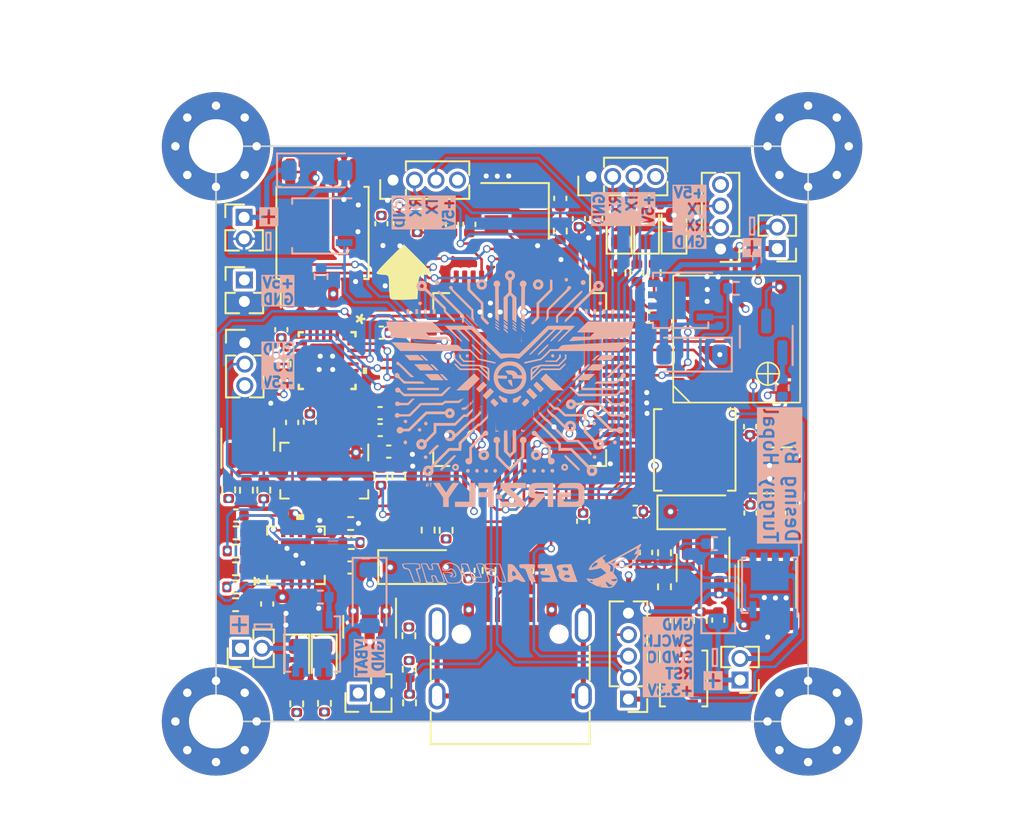
<source format=kicad_pcb>
(kicad_pcb (version 20240108) (generator "pcbnew") (generator_version "8.0")
  (layers (0 "F.Cu" signal) (1 "In1.Cu" power "GND") (2 "In2.Cu" power "Power") (31 "B.Cu" signal) (34 "B.Paste" user) (35 "F.Paste" user) (36 "B.SilkS" user "B.Silkscreen") (37 "F.SilkS" user "F.Silkscreen") (38 "B.Mask" user) (39 "F.Mask" user) (44 "Edge.Cuts" user))
  (net 0 "")
  (net 1 "/MCU/NRST")
  (net 2 "GND")
  (net 3 "VBUS")
  (net 4 "/MCU/BOOT0")
  (net 5 "Net-(C4-Pad1)")
  (net 6 "+3.3V")
  (net 7 "/MCU/X_OUT")
  (net 8 "Net-(U1-VCAP_1)")
  (net 9 "VIN")
  (net 10 "Net-(U5-FB)")
  (net 11 "+5V")
  (net 12 "Net-(U7-TPRG)")
  (net 13 "/Battery Charger/VREF")
  (net 14 "Net-(D2-A)")
  (net 15 "Net-(D3-K)")
  (net 16 "Net-(D3-A)")
  (net 17 "Net-(D4-K)")
  (net 18 "Net-(D4-A)")
  (net 19 "Net-(D5-K)")
  (net 20 "Net-(D6-K)")
  (net 21 "Net-(D7-K)")
  (net 22 "Net-(J1-CC1)")
  (net 23 "/MCU/USB_D+")
  (net 24 "/MCU/USB_D-")
  (net 26 "Net-(J1-CC2)")
  (net 28 "Net-(J1-SHIELD)")
  (net 29 "/MCU/SWDIO")
  (net 30 "/MCU/SWCLK")
  (net 31 "VBAT")
  (net 32 "/MCU/PB14")
  (net 33 "/MCU/PB15")
  (net 34 "/MCU/PC9")
  (net 35 "/MCU/PC8")
  (net 36 "/MCU/PC10")
  (net 37 "/MCU/PC11")
  (net 38 "/MCU/PA9")
  (net 39 "/MCU/PA10")
  (net 40 "/MCU/PA3")
  (net 41 "/MCU/PB7")
  (net 42 "/MCU/PB0")
  (net 43 "/MCU/PA0")
  (net 44 "/MCU/PA1")
  (net 45 "/MCU/PA2")
  (net 46 "/MCU/PB5")
  (net 47 "/MCU/PB1")
  (net 48 "Net-(Q2-G)")
  (net 49 "/Battery Charger/SD")
  (net 50 "Net-(Q3-B)")
  (net 51 "Net-(Q3-C)")
  (net 52 "/MCU/VBUS_DETECT")
  (net 53 "/MCU/X_IN")
  (net 54 "/Baro/SDA")
  (net 55 "/Baro/SCL")
  (net 56 "/Buck Boost Converter/VBAT-MESAURE")
  (net 57 "/Battery Charger/TH")
  (net 58 "Net-(U7-IEND)")
  (net 59 "Net-(U7-IPRG)")
  (net 60 "/Battery Charger/IPRE")
  (net 61 "/Battery Charger/VPRE")
  (net 62 "/MCU/PB8")
  (net 63 "/MCU/PB9")
  (net 64 "/MCU/PB6")
  (net 65 "/MCU/PC13")
  (net 66 "/MCU/PC14")
  (net 67 "/MCU/PC15")
  (net 68 "/Flash/MOSI")
  (net 69 "/Flash/MISO")
  (net 70 "/MCU/PC3")
  (net 71 "/MCU/PA4")
  (net 72 "/MCU/PA5")
  (net 73 "/MCU/PA6")
  (net 74 "/MCU/PA7")
  (net 75 "/MCU/PC4")
  (net 76 "/MCU/PB2")
  (net 77 "/Flash/CS")
  (net 78 "/Flash/CLK")
  (net 79 "/MCU/PC6")
  (net 80 "/MCU/PC7")
  (net 82 "/MCU/PC12")
  (net 83 "/MCU/PD2")
  (net 84 "/MCU/PB3")
  (net 85 "/MCU/PB4")
  (net 86 "unconnected-(U3-CSB-Pad4)")
  (net 88 "Net-(D8-A)")
  (net 89 "Net-(D9-A)")
  (net 90 "Net-(D10-A)")
  (net 91 "Net-(D11-A)")
  (net 92 "Net-(U9-REGOUT)")
  (net 107 "Net-(U2-EN)")
  (net 108 "Net-(U2-L2)")
  (net 109 "Net-(U2-L1)")
  (footprint "Connector_PinHeader_1.27mm:PinHeader_1x04_P1.27mm_Vertical" (layer "F.Cu") (at 160.825 87.075 180)
    (property "Reference" "J8" (hide yes))
    (property "Value" "UART")
  )
  (footprint "Footprints:L6924D013TR" (layer "F.Cu") (at 135.724999 105.1768 90)
    (property "Reference" "U7" (hide yes))
    (property "Value" "L6924D013TR" (hide yes))
  )
  (footprint "MountingHole:MountingHole_3.2mm_M3_Pad_Via" (layer "F.Cu") (at 166 81)
    (property "Reference" "REF**" (hide yes))
    (property "Value" "MountingHole_3.2mm_M3_Pad_Via")
  )
  (footprint "Capacitor_SMD:C_0402_1005Metric" (layer "F.Cu") (at 165.02 97.63 90)
    (property "Reference" "C25" (hide yes))
    (property "Value" "10uF")
  )
  (footprint "Diode_SMD:D_SOD-123" (layer "F.Cu") (at 142.95 105.875)
    (property "Reference" "D1" (hide yes))
    (property "Value" "MBR0520")
  )
  (footprint "Resistor_SMD:R_0402_1005Metric" (layer "F.Cu") (at 154.825 88.485 -90)
    (property "Reference" "R29" (hide yes))
    (property "Value" "1K")
  )
  (footprint "Footprints:up_logo" (layer "F.Cu") (at 142.1 88.6)
    (property "Reference" "G***" (hide yes))
    (property "Value" "LOGO" (hide yes))
  )
  (footprint "Capacitor_SMD:C_0402_1005Metric" (layer "F.Cu") (at 145.925 106.075 -90)
    (property "Reference" "C2" (hide yes))
    (property "Value" "1uF")
  )
  (footprint "Resistor_SMD:R_0402_1005Metric" (layer "F.Cu") (at 142.4 109.93 90)
    (property "Reference" "R12" (hide yes))
    (property "Value" "100K")
  )
  (footprint "Resistor_SMD:R_0402_1005Metric" (layer "F.Cu") (at 150.14 106.08 90)
    (property "Reference" "R4" (hide yes))
    (property "Value" "5.1K")
  )
  (footprint "Button_Switch_SMD:SW_SPST_B3U-1000P" (layer "F.Cu") (at 158.64 112.46 90)
    (property "Reference" "SW1" (hide yes))
    (property "Value" "RESET")
  )
  (footprint "Resistor_SMD:R_0402_1005Metric" (layer "F.Cu") (at 138.96 103.3)
    (property "Reference" "R18" (hide yes))
    (property "Value" "470R")
  )
  (footprint "Resistor_SMD:R_0402_1005Metric" (layer "F.Cu") (at 158.57 109.04 -90)
    (property "Reference" "R3" (hide yes))
    (property "Value" "10K")
  )
  (footprint "Resistor_SMD:R_0402_1005Metric" (layer "F.Cu") (at 133.825 101.325 90)
    (property "Reference" "R27" (hide yes))
    (property "Value" "10K")
  )
  (footprint "Capacitor_SMD:C_0402_1005Metric" (layer "F.Cu") (at 140.77 92.02)
    (property "Reference" "C5" (hide yes))
    (property "Value" "100nF")
  )
  (footprint "Capacitor_SMD:C_0402_1005Metric" (layer "F.Cu") (at 145.975 85.62 90)
    (property "Reference" "C7" (hide yes))
    (property "Value" "22pF")
  )
  (footprint "Diode_SMD:D_SOD-123" (layer "F.Cu") (at 159.4525 102.64)
    (property "Reference" "D2" (hide yes))
    (property "Value" "MBR0520")
  )
  (footprint "Connector_PinHeader_1.27mm:PinHeader_1x04_P1.27mm_Vertical" (layer "F.Cu") (at 153.175 82.79 90)
    (property "Reference" "J7" (hide yes))
    (property "Value" "Radio Master RP1 Receiver")
  )
  (footprint "Capacitor_SMD:C_0402_1005Metric" (layer "F.Cu") (at 152.7 103.165 90)
    (property "Reference" "C8" (hide yes))
    (property "Value" "100nF")
  )
  (footprint "Connector_USB:USB_C_Receptacle_HRO_TYPE-C-31-M-12" (layer "F.Cu") (at 148.39 112.44)
    (property "Reference" "J1" (hide yes))
    (property "Value" "USB_C_Receptacle_USB2.0")
  )
  (footprint "MountingHole:MountingHole_3.2mm_M3_Pad_Via" (layer "F.Cu") (at 166 115)
    (property "Reference" "REF**" (hide yes))
    (property "Value" "MountingHole_3.2mm_M3_Pad_Via")
  )
  (footprint "Resistor_SMD:R_0402_1005Metric" (layer "F.Cu") (at 157.51 105.03 90)
    (property "Reference" "R15" (hide yes))
    (property "Value" "40.7K")
  )
  (footprint "Resistor_SMD:R_0402_1005Metric" (layer "F.Cu") (at 141.8 100.535 -90)
    (property "Reference" "R8" (hide yes))
    (property "Value" "10K")
  )
  (footprint "Capacitor_SMD:C_0402_1005Metric" (layer "F.Cu") (at 134.86 91.85 -90)
    (property "Reference" "C17" (hide yes))
    (property "Value" "10nF")
  )
  (footprint "Capacitor_SMD:C_0402_1005Metric" (layer "F.Cu") (at 157.51 109.03 90)
    (property "Reference" "C3" (hide yes))
    (property "Value" "100nF")
  )
  (footprint "Capacitor_SMD:C_0402_1005Metric" (layer "F.Cu") (at 153.475 85.28 -90)
    (property "Reference" "C10" (hide yes))
    (property "Value" "100nF")
  )
  (footprint "Package_SO:SOIC-8_5.23x5.23mm_P1.27mm" (layer "F.Cu") (at 137.295 86.125 90)
    (property "Reference" "U4" (hide yes))
    (property "Value" "W25Q128JVS")
  )
  (footprint "Capacitor_SMD:C_0402_1005Metric" (layer "F.Cu") (at 140.775 85.575 -90)
    (property "Reference" "C19" (hide yes))
    (property "Value" "100nF")
  )
  (footprint "Resistor_SMD:R_0402_1005Metric" (layer "F.Cu") (at 132.15 105.975 180)
    (property "Reference" "R19" (hide yes))
    (property "Value" "24K")
  )
  (footprint "Resistor_SMD:R_0402_1005Metric" (layer "F.Cu") (at 139 104.425)
    (property "Reference" "R16" (hide yes))
    (property "Value" "1K")
  )
  (footprint "Package_QFP:LQFP-64_10x10mm_P0.5mm" (layer "F.Cu") (at 148.95 94.79 -90)
    (property "Reference" "U1" (hide yes))
    (property "Value" "STM32F722RETx")
  )
  (footprint "Capacitor_SMD:C_0402_1005Metric" (layer "F.Cu") (at 132.175 102.825 180)
    (property "Reference" "C29" (hide yes))
    (property "Value" "1nF")
  )
  (footprint "Resistor_SMD:R_0402_1005Metric" (layer "F.Cu") (at 132.15 107.05)
    (property "Reference" "R20" (hide yes))
    (property "Value" "39K")
  )
  (footprint "Connector_PinHeader_1.27mm:PinHeader_1x02_P1.27mm_Vertical" (layer "F.Cu") (at 161.975 112.55 180)
    (property "Reference" "J10" (hide yes))
    (property "Value" "ENGINE-2")
  )
  (footprint "Connector_PinHeader_1.27mm:PinHeader_1x04_P1.27mm_Vertical" (layer "F.Cu") (at 141.465 83 90)
    (property "Reference" "J6" (hide yes))
    (property "Value" "UART")
  )
  (footprint "Resistor_SMD:R_0402_1005Metric" (layer "F.Cu") (at 142.42 111.91 -90)
    (property "Reference" "R10" (hide yes))
    (property "Value" "10K")
  )
  (footprint "Capacitor_SMD:C_0402_1005Metric" (layer "F.Cu") (at 135.5 97.325 90)
    (property "Reference" "C16" (hide yes))
    (property "Value" "100nF")
  )
  (footprint "Package_TO_SOT_SMD:SOT-23" (layer "F.Cu") (at 140.08 109.4075 -90)
    (property "Reference" "Q1" (hide yes))
    (property "Value" "IRLM2803")
  )
  (footprint "Inductor_SMD:L_Coilcraft_XAL4020-XXX" (layer "F.Cu") (at 159.3 98.95 -90)
    (property "Reference" "L2" (hide yes))
    (property "Value" "1.5uH")
  )
  (footprint "LED_SMD:LED_0603_1608Metric" (layer "F.Cu") (at 154.825 85.8625 90)
    (property "Reference" "D5" (hide yes))
    (property "Value" "LED")
  )
  (footprint "Resistor_SMD:R_0402_1005Metric" (layer "F.Cu") (at 157.51 107.04 -90)
    (property "Reference" "R14" (hide yes))
    (property "Value" "13.3K")
  )
  (footprint "Inductor_SMD:L_1812_4532Metric" (layer "F.Cu") (at 163.59 106.9 90)
    (property "Reference" "L3" (hide yes))
    (property "Value" "10uH")
  )
  (footprint "LED_SMD:LED_0603_1608Metric" (layer "F.Cu") (at 158.075 85.8625 90)
    (property "Reference" "D7" (hide yes))
    (property "Value" "LED")
  )
  (footprint "Resistor_SMD:R_0402_1005Metric" (layer "F.Cu") (at 144.6 103.7 90)
    (property "Reference" "R5" (hide yes))
    (property "Value" "15K")
  )
  (footprint "Capacitor_SMD:C_0402_1005Metric" (layer "F.Cu") (at 151.35 84.08 90)
    (property "Reference" "C4" (hide yes))
    (property "Value" "22pF")
  )
  (footprint "Resistor_SMD:R_0402_1005Metric" (layer "F.Cu") (at 140.75 100.535 -90)
    (property "Reference" "R9" (hide yes))
    (property "Value" "10K")
  )
  (footprint "MountingHole:MountingHole_3.2mm_M3_Pad_Via" (layer "F.Cu") (at 131 81)
    (property "Reference" "REF**" (hide yes))
    (property "Value" "MountingHole_3.2mm_M3_Pad_Via")
  )
  (footprint "Connector_PinHeader_1.27mm:PinHeader_1x02_P1.27mm_Vertical" (layer "F.Cu") (at 139.41 113.32 90)
    (property "Reference" "J3" (hide yes))
    (property "Value" "VBAT")
  )
  (footprint "Capacitor_SMD:C_0402_1005Metric" (layer "F.Cu") (at 141.21 99.05)
    (property "Reference" "C18" (hide yes))
    (property "Value" "100nF")
  )
  (footprint "Inductor_SMD:L_0402_1005Metric" (layer "F.Cu") (at 152.715 106.08 90)
    (property "Reference" "L1" (hide yes))
    (property "Value" "220R")
  )
  (footprint "LED_SMD:LED_0603_1608Metric" (layer "F.Cu") (at 135.77 111.35 -90)
    (property "Reference" "D4" (hide yes))
    (property "Value" "LED")
  )
  (footprint "yx7525p:YX7527P" (layer "F.Cu") (at 162.525 97.65)
    (property "Reference" "U8" (hide yes))
    (property "Value" "~")
  )
  (footprint "Connector_PinHeader_1.27mm:PinHeader_1x05_P1.27mm_Vertical" (layer "F.Cu") (at 155.38 113.68 180)
    (property "Reference" "J2" (hide yes))
    (property "Value" "Debug")
  )
  (footprint "Capacitor_SMD:C_0402_1005Metric" (layer "F.Cu") (at 156.42 105.01 90)
    (property "Reference" "C23" (hide yes))
    (property "Value" "220pF")
  )
  (footprint "Capacitor_SMD:C_0402_1005Metric" (layer "F.Cu") (at 156.68 91.08 180)
    (property "Reference" "C9" (hide yes))
    (property "Value" "100nF")
  )
  (footprint "Resistor_SMD:R_0402_1005Metric" (layer "F.Cu") (at 135.77 113.96 -90)
    (property "Reference" "R23" (hide yes))
    (property "Value" "1K")
  )
  (footprint "Connector_PinHeader_1.27mm:PinHeader_1x02_P1.27mm_Vertical" (layer "F.Cu") (at 132.675 88.905)
    (property "Reference" "J5" (hide yes))
    (property "Value" "Conn_01x02_Pin")
  )
  (footprint "Capacitor_SMD:C_0402_1005Metric" (layer "F.Cu") (at 162.59 102.68 -90)
    (property "Reference" "C21" (hide yes))
    (property "Value" "10uF")
  )
  (footprint "Resistor_SMD:R_0402_1005Metric" (layer "F.Cu") (at 156.9 88.465 -90)
    (property "Reference" "R31" (hide yes))
    (property "Value" "1K")
  )
  (footprint "LED_SMD:LED_0603_1608Metric" (layer "F.Cu") (at 156.45 85.8625 90)
    (property "Reference" "D6" (hide yes))
    (property "Value" "LED")
  )
  (footprint "Connector_PinHeader_1.27mm:PinHeader_1x02_P1.27mm_Vertical" (layer "F.Cu") (at 132.45 110.675 90)
    (property "Reference" "J9" (hide yes))
    (property "Value" "ENGINE-1")
  )
  (footprint "Resistor_SMD:R_0402_1005Metric" (layer "F.Cu") (at 132.8 101.335 90)
    (property "Reference" "R26" (hide yes))
    (property "Value" "10K")
  )
  (footprint "Resistor_SMD:R_0402_1005Metric" (layer "F.Cu") (at 132.19 103.85 180)
    (property "Reference" "R17" (hide yes))
    (property "Value" "3.3K")
  )
  (footprint "Resistor_SMD:R_0402_1005Metric" (layer "F.Cu") (at 137.41 113.93 -90)
    (property "Reference" "R22" (hide yes))
    (property "Value" "1K")
  )
  (footprint "Resistor_SMD:R_0402_1005Metric" (layer "F.Cu") (at 142.44 113.9 -90)
    (property "Reference" "R11" (hide yes))
    (property "Value" "1K")
  )
  (footprint "Capacitor_SMD:C_0402_1005Metric" (layer "F.Cu") (at 140.705 97.775)
    (property "Reference" "C6" (hide yes))
    (property "Value" "100nF")
  )
  (footprint "Connector_PinHeader_1.27mm:PinHeader_1x02_P1.27mm_Vertical" (layer "F.Cu") (at 132.66 85.2)
    (property "Reference" "J11" (hide yes))
    (property "Value" "ENGINE-3")
  )
  (footprint "Resistor_SMD:R_0402_1005Metric" (layer "F.Cu") (at 143.54 103.69 -90)
    (property "Reference" "R6" (hide yes))
    (property "Value" "22K")
  )
  (footprint "Capacitor_SMD:C_0402_1005Metric" (layer "F.Cu") (at 144.95 85.62 -90)
    (property "Reference" "C13" (hide yes))
    (property "Value" "10uF")
  )
  (footprint "Capacitor_SMD:C_0402_1005Metric" (layer "F.Cu") (at 160.69 109.01 -90)
    (property "Reference" "C20" (hide yes))
    (property "Value" "2.2uF")
  )
  (footprint "Resistor_SMD:R_0402_1005Metric" (layer "F.Cu") (at 131.75 101.31 -90)
    (property "Reference" "R24" (hide yes))
    (property "Value" "1K")
  )
  (footprint "Capacitor_SMD:C_0402_1005Metric" (layer "F.Cu") (at 134.025 108.055 -90)
    (property "Reference" "C28" (hide yes))
    (property "Value" "1uF")
  )
  (footprint "Resistor_SMD:R_0402_1005Metric" (layer "F.Cu") (at 147.14 106.08 90)
    (property "Reference" "R2" (hide yes))
    (property "Value" "5.1K")
  )
  (footprint "MountingHole:MountingHole_3.2mm_M3_Pad_Via" (layer "F.Cu") (at 131 115)
    (property "Reference" "REF**" (hide yes))
    (property "Value" "MountingHole_3.2mm_M3_Pad_Via")
  )
  (footprint "Connector_PinHeader_1.27mm:PinHeader_1x03_P1.27mm_Vertical" (layer "F.Cu") (at 132.7 92.61)
    (property "Reference" "J4" (hide yes))
    (property "Value" "Conn_01x03_Pin")
  )
  (footprint "Capacitor_SMD:C_0402_1005Metric" (layer "F.Cu") (at 162.57 97.57 90)
    (property "Reference" "C24" (hide yes))
    (property "Value" "10uF")
  )
  (footprint "Capacitor_SMD:C_0402_1005Metric" (layer "F.Cu") (at 155.78 102.6)
    (property "Reference" "C26" (hide yes))
    (property "Value" "4.7uF")
  )
  (footprint "Capacitor_SMD:C_0402_1005Metric" (layer "F.Cu") (at 141.855 85.575 -90)
    (property "Reference" "C1" (hide yes))
    (property "Value" "100nF")
  )
  (footprint "mpu6500:QFN24_3X3X0P9_IVS" (layer "F.Cu") (at 137.57 93.67 -90)
    (property "Reference" "U9" (hide yes))
    (property "Value" "MPU-6500")
  )
  (footprint "Crystal:Crystal_SMD_3225-4Pin_3.2x2.5mm" (layer "F.Cu") (at 148.675 84.825 180)
    (property "Reference" "Y1" (hide yes))
    (property "Value" "16MHz")
  )
  (footprint "Capacitor_SMD:C_0402_1005Metric" (layer "F.Cu") (at 143.925 85.615 -90)
    (property "Reference" "C14" (hide yes))
    (property "Value" "100nF")
  )
  (footprint "Package_SON:WSON-10-1EP_2.5x2.5mm_P0.5mm_EP1.2x2mm" (layer "F.Cu") (at 163.79 100.16)
    (property "Reference" "U2" (hide yes))
    (property "Value" "TPS63031DSK")
  )
  (footprint "Resistor_SMD:R_0402_1005Metric" (layer "F.Cu") (at 151.35 86.01 90)
    (property "Reference" "R7" (hide yes))
    (property "Value" "220R")
  )
  (footprint "LED_SMD:LED_0603_1608Metric" (layer "F.Cu") (at 137.4 111.3425 -90)
    (property "Reference" "D3" (hide yes))
    (property "Value" "LED")
  )
  (footprint "Capacitor_SMD:C_0402_1005Metric" (layer "F.Cu") (at 136.55 97.3 90)
    (property "Reference" "C15" (hide yes))
    (property "Value" "100nF")
  )
  (footprint "Capacitor_SMD:C_0402_1005Metric" (layer "F.Cu") (at 138.925 105.9)
    (property "Reference" "C27" (hide yes))
    (property "Value" "10nF")
  )
  (footprint "Resistor_SMD:R_0402_1005Metric" (layer "F.Cu") (at 142.885 85.595 90)
    (property "Reference" "R1" (hide yes))
    (property "Value" "10K")
  )
  (footprint "Connector_PinHeader_1.27mm:PinHeader_1x02_P1.27mm_Vertical" (layer "F.Cu") (at 164.175 87.05 180)
    (property "Reference" "J12" (hide yes))
    (property "Value" "ENGINE-4")
  )
  (footprint "Capacitor_SMD:C_0402_1005Metric" (layer "F.Cu") (at 152.45 85.28 -90)
    (property "Reference" "C12" (hide yes))
    (property "Value" "10uF")
  )
  (footprint "Capacitor_SMD:C_0402_1005Metric" (layer "F.Cu") (at 140.7 96.775 180)
    (property "Reference" "C11" (hide yes))
    (property "Value" "2.2uF")
  )
  (footprint "Resistor_SMD:R_0402_1005Metric" (layer "F.Cu") (at 159.63 109.03 -90)
    (property "Reference" "R13" (hide yes))
    (property "Value" "47K")
  )
  (footprint "Package_TO_SOT_SMD:SOT-23-5" (layer "F.Cu") (at 159.79 105.92 -90)
    (property "Reference" "U5" (hide yes))
    (property "Value" "LMR62014XMF")
  )
  (footprint "Resistor_SMD:R_0402_1005Metric" (layer "F.Cu") (at 132.16 108.1 180)
    (property "Reference" "R21" (hide yes))
    (property "Value" "62K")
  )
  (footprint "Resistor_SMD:R_0402_1005Metric" (layer "F.Cu") (at 132.175 104.925)
    (property "Reference" "R25" (hide yes))
    (property "Value" "10K")
  )
  (footprint "Package_LGA:LGA-8_3x5mm_P1.25mm" (layer "F.Cu") (at 137.4 100.175 -90)
    (property "Reference" "U3" (hide yes))
    (property "Value" "MS5611-01BA")
  )
  (footprint "Capacitor_SMD:C_0402_1005Metric" (layer "F.Cu") (at 165.02 102.69 90)
    (property "Reference" "C22" (hide yes))
    (property "Value" "100nF")
  )
  (footprint "Package_TO_SOT_SMD:SOT-23" (layer "F.Cu") (at 132.875 98.3375 90)
    (property "Reference" "Q2" (hide yes))
    (property "Value" "IRLML5203")
  )
  (footprint "Resistor_SMD:R_0402_1005Metric" (layer "F.Cu") (at 155.875 88.485 -90)
    (property "Reference" "R30" (hide yes))
    (property "Value" "1K")
  )
  (footprint "Package_SO:Vishay_PowerPAK_1212-8_Single" (layer "B.Cu") (at 158.465 90.11 180)
    (property "Reference" "Q7" (hide yes))
    (property "Value" "SiS454DN")
  )
  (footprint "Resistor_SMD:R_0402_1005Metric" (layer "B.Cu") (at 160.46 104.49)
    (property "Reference" "R33" (hide yes))
    (property "Value" "10K")
  )
  (footprint "Diode_SMD:D_SOD-123" (layer "B.Cu") (at 140.08 107.69 -90)
    (property "Reference" "D8" (hide yes))
    (property "Value" "MBR0560")
  )
  (footprint "Footprints:beta" (layer "B.Cu") (at 149.1 105.8 180)
    (property "Reference" "G***" (hide yes))
    (property "Value" "LOGO" (hide yes))
  )
  (footprint "Resistor_SMD:R_0402_1005Metric" (layer "B.Cu") (at 137.17 107.65 180)
    (property "Reference" "R32" (hide yes))
    (property "Value" "10K")
  )
  (footprint "Diode_SMD:D_SOD-123" (layer "B.Cu") (at 136.9672 82.425)
    (property "Reference" "D10" (hide yes))
    (property "Value" "MBR0560")
  )
  (footprint "Diode_SMD:D_SOD-123" (layer "B.Cu") (at 159.129998 93.317494 180)
    (property "Reference" "D11" (hide yes))
    (property "Value" "MBR0560")
  )
  (footprint "LOGO" (layer "B.Cu") (at 148.38 95.53 180)
    (property "Reference" "G***" (hide yes))
    (property "Value" "LOGO" (hide yes))
  )
  (footprint "Package_SO:Vishay_PowerPAK_1212-8_Single" (layer "B.Cu") (at 136.7 110.425 -90)
    (property "Reference" "Q4" (hide yes))
    (property "Value" "SiS454DN")
  )
  (footprint "Resistor_SMD:R_0402_1005Metric" (layer "B.Cu") (at 161.76 89.4)
    (property "Reference" "R35" (hide yes))
    (property "Value" "10K")
  )
  (footprint "Diode_SMD:D_SOD-123" (layer "B.Cu") (at 160.689 107.425 90)
    (property "Reference" "D9" (hide yes))
    (property "Value" "MBR0560")
  )
  (footprint "Package_SO:Vishay_PowerPAK_1212-8_Single" (layer "B.Cu") (at 137.1375 85.71 180)
    (property "Reference" "Q6" (hide yes))
    (property "Value" "SiS454DN")
  )
  (footprint "Resistor_SMD:R_0402_1005Metric" (layer "B.Cu") (at 164.475 95.275 90)
    (property "Reference" "R28" (hide yes))
    (property "Value" "120R")
  )
  (footprint "Package_SO:Vishay_PowerPAK_1212-8_Single" (layer "B.Cu") (at 163.73 106.9475 90)
    (property "Reference" "Q5" (hide yes))
    (property "Value" "SiS454DN")
  )
  (footprint "Resistor_SMD:R_0402_1005Metric" (layer "B.Cu") (at 137.21 88.7 -90)
    (property "Reference" "R34" (hide yes))
    (property "Value" "10K")
  )
  (footprint "Package_TO_SOT_SMD:SOT-23" (layer "B.Cu") (at 163.525 92.2625 90)
    (property "Reference" "Q3" (hide yes))
    (property "Value" "MMBT3904")
  )
  (gr_rect (start 131 81) (end 166 115) (stroke (width 0.1)) (fill none) (layer "Edge.Cuts"))
  (gr_text "Desing By\nTurgay Hopal" (at 163.3 104.5 -90) (layer "B.SilkS" knockout) (effects (font (size 0.8 0.8)) (justify left bottom mirror)))
  (gr_text "+5V\nTX\nRX\nGND" (at 160 87 0) (layer "B.SilkS" knockout) (effects (font (size 0.6 0.6)) (justify left bottom mirror)))
  (gr_text "+" (at 133.1 109.8 0) (layer "B.SilkS" knockout) (effects (font (size 1 1)) (justify left bottom mirror)))
  (gr_text "GND\nRX\nTX\n+5V" (at 156.9 83.7 90) (layer "B.SilkS" knockout) (effects (font (size 0.6 0.6)) (justify left bottom mirror)))
  (gr_text "GND\nDO\n+5V" (at 135.7 95.3 0) (layer "B.SilkS" knockout) (effects (font (size 0.6 0.6)) (justify left bottom mirror)))
  (gr_text "+5V\nGND" (at 135.7 90.4 0) (layer "B.SilkS" knockout) (effects (font (size 0.6 0.6)) (justify left bottom mirror)))
  (gr_text "-" (at 163.2 85 90) (layer "B.SilkS" knockout) (effects (font (size 1 1)) (justify left bottom mirror)))
  (gr_text "+" (at 163.4 87.5 0) (layer "B.SilkS" knockout) (effects (font (size 1 1)) (justify left bottom mirror)))
  (gr_text "-" (at 134.5 109.9 0) (layer "B.SilkS" knockout) (effects (font (size 1 1)) (justify left bottom mirror)))
  (gr_text "-" (at 161 110.5 90) (layer "B.SilkS" knockout) (effects (font (size 1 1)) (justify left bottom mirror)))
  (gr_text "GND\nSWCLK\nSWDIO\nRST\n+3.3V" (at 159.3 113.5 0) (layer "B.SilkS" knockout) (effects (font (size 0.6 0.6)) (justify left bottom mirror)))
  (gr_text "+" (at 161.1 113.1 0) (layer "B.SilkS" knockout) (effects (font (size 1 1)) (justify left bottom mirror)))
  (gr_text "GND\nRX\nTX\n+5V" (at 145.1 83.9 90) (layer "B.SilkS" knockout) (effects (font (size 0.6 0.6)) (justify left bottom mirror)))
  (gr_text "VBAT\nGND" (at 140.94 110.12 90) (layer "B.SilkS" knockout) (effects (font (size 0.6 0.6)) (justify left bottom mirror)))
  (gr_text "+" (at 134.84 85.68 0) (layer "B.SilkS" knockout) (effects (font (size 1 1)) (justify left bottom mirror)))
  (gr_text "-" (at 134.61 85.9 90) (layer "B.SilkS" knockout) (effects (font (size 1 1)) (justify left bottom mirror)))
  (segment (start 146.4 86.75) (end 146.6083 86.5417) (width 0.1524) (layer "F.Cu") (net 1))
  (segment (start 141.855 84.525) (end 141.84 84.51) (width 0.1524) (layer "F.Cu") (net 1))
  (segment (start 148.1317 86.5417) (end 149.7 88.11) (width 0.1524) (layer "F.Cu") (net 1))
  (segment (start 141.865 85.085) (end 141.855 85.095) (width 0.1524) (layer "F.Cu") (net 1))
  (segment (start 146.6083 86.5417) (end 148.1317 86.5417) (width 0.1524) (layer "F.Cu") (net 1))
  (segment (start 145.4507 86.75) (end 146.4 86.75) (width 0.1524) (layer "F.Cu") (net 1))
  (segment (start 142.885 85.085) (end 141.865 85.085) (width 0.1524) (layer "F.Cu") (net 1))
  (segment (start 149.7 88.11) (end 149.7 89.115) (width 0.1524) (layer "F.Cu") (net 1))
  (segment (start 141.855 85.095) (end 141.855 84.525) (width 0.1524) (layer "F.Cu") (net 1))
  (via (at 141.84 84.51) (size 0.45) (drill 0.3) (layers "F.Cu" "B.Cu") (net 1))
  (via (at 145.4507 86.75) (size 0.45) (drill 0.3) (layers "F.Cu" "B.Cu") (net 1))
  (segment (start 153.3752 88.5752) (end 151 86.2) (width 0.1524) (layer "B.Cu") (net 1))
  (segment (start 147.615784 101.564216) (end 149.08 100.1) (width 0.1524) (layer "B.Cu") (net 1))
  (segment (start 149.08 100.1) (end 149.08 98.45) (width 0.1524) (layer "B.Cu") (net 1))
  (segment (start 147.615784 110.425784) (end 147.615784 101.564216) (width 0.1524) (layer "B.Cu") (net 1))
  (segment (start 145.4507 86.75) (end 145.4507 84.7507) (width 0.1524) (layer "B.Cu") (net 1))
  (segment (start 146.0007 86.2) (end 145.4507 86.75) (width 0.1524) (layer "B.Cu") (net 1))
  (segment (start 153.3752 94.154799) (end 153.3752 88.5752) (width 0.1524) (layer "B.Cu") (net 1))
  (segment (start 145.21 84.51) (end 141.84 84.51) (width 0.1524) (layer "B.Cu") (net 1))
  (segment (start 149.08 98.45) (end 153.3752 94.154799) (width 0.1524) (layer "B.Cu") (net 1))
  (segment (start 151 86.2) (end 146.0007 86.2) (width 0.1524) (layer "B.Cu") (net 1))
  (segment (start 148.6824 111.4924) (end 147.615784 110.425784) (width 0.1524) (layer "B.Cu") (net 1))
  (segment (start 154.4624 111.4924) (end 148.6824 111.4924) (width 0.1524) (layer "B.Cu") (net 1))
  (segment (start 145.4507 84.7507) (end 145.21 84.51) (width 0.1524) (layer "B.Cu") (net 1))
  (segment (start 155.38 112.41) (end 154.4624 111.4924) (width 0.1524) (layer "B.Cu") (net 1))
  (segment (start 136.3632 105.4268) (end 136.14 105.65) (width 0.1524) (layer "F.Cu") (net 2))
  (segment (start 134.1176 96.0676) (end 134.1176 94.547334) (width 0.1524) (layer "F.Cu") (net 2))
  (segment (start 137.198199 105.4268) (end 136.3632 105.4268) (width 0.1524) (layer "F.Cu") (net 2))
  (segment (start 136.475 104.289399) (end 136.475 103.7036) (width 0.1524) (layer "F.Cu") (net 2))
  (segment (start 134.394935 94.269999) (end 136.046 94.269999) (width 0.1524) (layer "F.Cu") (net 2))
  (segment (start 135.974999 105.4268) (end 135.724999 105.1768) (width 0.1524) (layer "F.Cu") (net 2))
  (segment (start 139.47 103.3) (end 139.43 103.3) (width 0.1524) (layer "F.Cu") (net 2))
  (segment (start 134.24 96.19) (end 134.1176 96.0676) (width 0.1524) (layer "F.Cu") (net 2))
  (segment (start 136.14 105.65) (end 135.974999 105.4268) (width 0.1524) (layer "F.Cu") (net 2))
  (segment (start 135.724999 105.1768) (end 135.724999 105.0394) (width 0.1524) (layer "F.Cu") (net 2))
  (segment (start 135.724999 105.0394) (end 136.475 104.289399) (width 0.1524) (layer "F.Cu") (net 2))
  (segment (start 139.43 103.3) (end 139.42 103.29) (width 0.1524) (layer "F.Cu") (net 2))
  (segment (start 134.1176 94.547334) (end 134.394935 94.269999) (width 0.1524) (layer "F.Cu") (net 2))
  (via (at 135.14 108.61) (size 0.45) (drill 0.3) (layers "F.Cu" "B.Cu") (net 2))
  (via (at 156.46 96.17) (size 0.45) (drill 0.3) (layers "F.Cu" "B.Cu") (net 2))
  (via (at 154.31 99.77) (size 0.45) (drill 0.3) (layers "F.Cu" "B.Cu") (net 2))
  (via (at 137.89 93.41) (size 0.45) (drill 0.3) (layers "F.Cu" "B.Cu") (net 2))
  (via (at 146.6 90.8) (size 0.45) (drill 0.3) (layers "F.Cu" "B.Cu") (net 2))
  (via (at 141 89.25) (size 0.45) (drill 0.3) (layers "F.Cu" "B.Cu") (net 2))
  (via (at 139.39 86.05) (size 0.45) (drill 0.3) (layers "F.Cu" "B.Cu") (net 2))
  (via (at 134.24 96.19) (size 0.45) (drill 0.3) (layers "F.Cu" "B.Cu") (net 2))
  (via (at 142.63 99.91) (size 0.45) (drill 0.3) (layers "F.Cu" "B.Cu") (net 2))
  (via (at 139.25 89) (size 0.45) (drill 0.3) (layers "F.Cu" "B.Cu") (net 2))
  (via (at 138.56 84.15) (size 0.45) (drill 0.3) (layers "F.Cu" "B.Cu") (net 2))
  (via (at 137.13 103.12) (size 0.45) (drill 0.3) (layers "F.Cu" "B.Cu") (net 2))
  (via (at 156.46 95.56) (size 0.45) (drill 0.3) (layers "F.Cu" "B.Cu") (net 2))
  (via (at 135.2 104.77) (size 0.45) (drill 0.3) (layers "F.Cu" "B.Cu") (net 2))
  (via (at 139.407669 84.472331) (size 0.45) (drill 0.3) (layers "F.Cu" "B.Cu") (net 2))
  (via (at 141.14 84.2) (size 0.45) (drill 0.3) (layers "F.Cu" "B.Cu") (net 2))
  (via (at 137.16 93.41) (size 0.45) (drill 0.3) (layers "F.Cu" "B.Cu") (net 2))
  (via (at 153.66 99.79) (size 0.45) (drill 0.3) (layers "F.Cu" "B.Cu") (net 2))
  (via (at 147.63 82.77) (size 0.45) (drill 0.3) (layers "F.Cu" "B.Cu") (net 2))
  (via (at 156.48 96.79) (size 0.45) (drill 0.3) (layers "F.Cu" "B.Cu") (net 2))
  (via (at 135.724999 105.1768) (size 0.45) (drill 0.3) (layers "F.Cu" "B.Cu") (net 2))
  (via (at 148.3 82.76) (size 0.45) (drill 0.3) (layers "F.Cu" "B.Cu") (net 2))
  (via (at 151.39 87.7) (size 0.45) (drill 0.3) (layers "F.Cu" "B.Cu") (net 2))
  (via (at 137.14 103.71) (size 0.45) (drill 0.3) (layers "F.Cu" "B.Cu") (net 2))
  (via (at 141.87 86.89) (size 0.45) (drill 0.3) (layers "F.Cu" "B.Cu") (net 2))
  (via (at 159.41 85.2) (size 0.45) (drill 0.3) (layers "F.Cu" "B.Cu") (net 2))
  (via (at 160.68 88.72) (size 0.45) (drill 0.3) (layers "F.Cu" "B.Cu") (net 2))
  (via (at 160.02 88.71) (size 0.45) (drill 0.3) (layers "F.Cu" "B.Cu") (net 2))
  (via (at 144.64 98.08) (size 0.45) (drill 0.3) (layers "F.Cu" "B.Cu") (net 2))
  (via (at 136.14 105.65) (size 0.45) (drill 0.3) (layers "F.Cu" "B.Cu") (net 2))
  (via (at 147.8 90.8) (size 0.45) (drill 0.3) (layers "F.Cu" "B.Cu") (net 2))
  (via (at 147.2 91) (size 0.45) (drill 0.3) (layers "F.Cu" "B.Cu") (net 2))
  (via (at 163.73 100.65) (size 0.45) (drill 0.3) (layers "F.Cu" "B.Cu") (net 2))
  (via (at 150.01 86.88) (size 0.45) (drill 0.3) (layers "F.Cu" "B.Cu") (net 2))
  (via (at 164.07 107.7) (size 0.45) (drill 0.3) (layers "F.Cu" "B.Cu") (net 2))
  (via (at 164.698 107.7) (size 0.45) (drill 0.3) (layers "F.Cu" "B.Cu") (net 2))
  (via (at 135.13 109.3) (size 0.45) (drill 0.3) (layers "F.Cu" "B.Cu") (net 2))
  (via (at 140.87 86.87) (size 0.45) (drill 0.3) (layers "F.Cu" "B.Cu") (net 2))
  (via (at 160.03 90.17) (size 0.45) (drill 0.3) (layers "F.Cu" "B.Cu") (net 2))
  (via (at 142.61 99.21) (size 0.45) (drill 0.3) (layers "F.Cu" "B.Cu") (net 2))
  (via (at 147.22 90.27) (size 0.45) (drill 0.3) (layers "F.Cu" "B.Cu") (net 2))
  (via (at 153.03 86.42) (size 0.45) (drill 0.3) (layers "F.Cu" "B.Cu") (net 2))
  (via (at 139.42 103.29) (size 0.45) (drill 0.3) (layers "F.Cu" "B.Cu") (net 2))
  (via (at 163.41 107.68) (size 0.45) (drill 0.3) (layers "F.Cu" "B.Cu") (net 2))
  (via (at 155.08 83.84) (size 0.45) (drill 0.3) (layers "F.Cu" "B.Cu") (net 2))
  (via (at 137.1 94.2) (size 0.45) (drill 0.3) (layers "F.Cu" "B.Cu") (net 2))
  (via (at 150.98 97.59) (size 0.45) (drill 0.3) (layers "F.Cu" "B.Cu") (net 2))
  (via (at 146.97 82.76) (size 0.45) (drill 0.3) (layers "F.Cu" "B.Cu") (net 2))
  (via (at 160.04 89.47) (size 0.45) (drill 0.3) (layers "F.Cu" "B.Cu") (net 2))
  (via (at 137.07 108.31) (size 0.45) (drill 0.3) (layers "F.Cu" "B.Cu") (net 2))
  (via (at 163.61 110.015) (size 0.45) (drill 0.3) (layers "F.Cu" "B.Cu") (net 2))
  (via (at 163.72 99.87) (size 0.45) (drill 0.3) (layers "F.Cu" "B.Cu") (net 2))
  (via (at 137.9 94.2) (size 0.45) (drill 0.3) (layers "F.Cu" "B.Cu") (net 2))
  (segment (start 163.4 109.805) (end 163.61 110.015) (width 0.3) (layer "B.Cu") (net 2))
  (segment (start 163.4 108.3825) (end 163.4 109.805) (width 0.3) (layer "B.Cu") (net 2))
  (segment (start 135.77 114.47) (end 135.77 114.48) (width 0.3) (layer "F.Cu") (net 3))
  (segment (start 131.75 101.82) (end 131.75 101.84) (width 0.1524) (layer "F.Cu") (net 3))
  (segment (start 134.845 107.575) (end 134.025 107.575) (width 0.1524) (layer "F.Cu") (net 3))
  (segment (start 145.835 106.555) (end 145.925 106.555) (width 0.3) (layer "F.Cu") (net 3))
  (segment (start 145.94 106.57) (end 145.925 106.555) (width 0.3) (layer "F.Cu") (net 3))
  (segment (start 134.92 107.65) (end 134.845 107.575) (width 0.1524) (layer "F.Cu") (net 3))
  (via (at 135.77 114.48) (size 0.45) (drill 0.3) (layers "F.Cu" "B.Cu") (net 3))
  (via (at 150.84 108.395) (size 0.45) (drill 0.3) (layers "F.Cu" "B.Cu") (net 3))
  (via (at 145.94 108.395) (size 0.45) (drill 0.3) (layers "F.Cu" "B.Cu") (net 3))
  (via (at 145.925 106.555) (size 0.45) (drill 0.3) (layers "F.Cu" "B.Cu") (net 3))
  (via (at 131.75 101.84) (size 0.45) (drill 0.3) (layers "F.Cu" "B.Cu") (net 3))
  (via (at 137.41 114.44) (size 0.45) (drill 0.3) (layers "F.Cu" "B.Cu") (net 3))
  (via (at 144.6 105.875) (size 0.45) (drill 0.3) (layers "F.Cu" "B.Cu") (net 3))
  (via (at 142.4 109.42) (size 0.45) (drill 0.3) (layers "F.Cu" "B.Cu") (net 3))
  (via (at 141.03 108.47) (size 0.45) (drill 0.3) (layers "F.Cu" "B.Cu") (net 3))
  (via (at 144.6 104.21) (size 0.45) (drill 0.3) (layers "F.Cu" "B.Cu") (net 3))
  (via (at 134.92 107.65) (size 0.45) (drill 0.3) (layers "F.Cu" "B.Cu") (net 3))
  (segment (start 158.53 109.51) (end 158.57 109.55) (width 0.3) (layer "F.Cu") (net 4))
  (segment (start 158.57 109.55) (end 158.57 110.69) (width 0.3) (layer "F.Cu") (net 4))
  (segment (start 161.5355 95.3455) (end 161.5355 96.82) (width 0.1524) (layer "F.Cu") (net 4))
  (segment (start 157.51 109.51) (end 158.53 109.51) (width 0.3) (layer "F.Cu") (net 4))
  (segment (start 159.23 93.04) (end 159.96 93.77) (width 0.1524) (layer "F.Cu") (net 4))
  (segment (start 159.96 93.77) (end 161.5355 95.3455) (width 0.1524) (layer "F.Cu") (net 4))
  (segment (start 154.625 93.04) (end 159.23 93.04) (width 0.1524) (layer "F.Cu") (net 4))
  (segment (start 158.57 110.69) (end 158.64 110.76) (width 0.3) (layer "F.Cu") (net 4))
  (via (at 161.5355 96.82) (size 0.45) (drill 0.3) (layers "F.Cu" "B.Cu") (net 4))
  (via (at 158.64 110.76) (size 0.45) (drill 0.3) (layers "F.Cu" "B.Cu") (net 4))
  (segment (start 165.7 110.11) (end 165.7 97.36) (width 0.1524) (layer "B.Cu") (net 4))
  (segment (start 159.08 113.61) (end 162.4484 113.61) (width 0.1524) (layer "B.Cu") (net 4))
  (segment (start 158.64 113.17) (end 159.08 113.61) (width 0.1524) (layer "B.Cu") (net 4))
  (segment (start 165.7 97.36) (end 165.16 96.82) (width 0.1524) (layer "B.Cu") (net 4))
  (segment (start 162.84 113.2184) (end 162.84 112.13) (width 0.1524) (layer "B.Cu") (net 4))
  (segment (start 162.84 112.13) (end 163.2 111.77) (width 0.1524) (layer "B.Cu") (net 4))
  (segment (start 158.64 110.76) (end 158.64 113.17) (width 0.1524) (layer "B.Cu") (net 4))
  (segment (start 165.16 96.82) (end 161.5355 96.82) (width 0.1524) (layer "B.Cu") (net 4))
  (segment (start 163.2 111.77) (end 164.04 111.77) (width 0.1524) (layer "B.Cu") (net 4))
  (segment (start 162.4484 113.61) (end 162.84 113.2184) (width 0.1524) (layer "B.Cu") (net 4))
  (segment (start 164.04 111.77) (end 165.7 110.11) (width 0.1524) (layer "B.Cu") (net 4))
  (segment (start 150.765 83.975) (end 151.35 84.56) (width 0.1524) (layer "F.Cu") (net 5))
  (segment (start 149.775 83.975) (end 150.765 83.975) (width 0.1524) (layer "F.Cu") (net 5))
  (segment (start 151.35 84.56) (end 151.35 85.5) (width 0.1524) (layer "F.Cu") (net 5))
  (segment (start 156.48 108.31) (end 156.48 107.93) (width 0.3) (layer "F.Cu") (net 6))
  (segment (start 144.95 86.1) (end 143.93 86.1) (width 0.1524) (layer "F.Cu") (net 6))
  (segment (start 142.29 98.54) (end 141.525 97.775) (width 0.1524) (layer "F.Cu") (net 6))
  (segment (start 153.17 91.04) (end 152.7 90.57) (width 0.1524) (layer "F.Cu") (net 6))
  (segment (start 160.69 108.53) (end 159.64 108.53) (width 0.3) (layer "F.Cu") (net 6))
  (segment (start 152.7 100.465) (end 152.7 102.685) (width 0.1524) (layer "F.Cu") (net 6))
  (segment (start 152.7 90.57) (end 152.7 89.115) (width 0.1524) (layer "F.Cu") (net 6))
  (segment (start 145.2 87.28) (end 144.95 87.03) (width 0.1524) (layer "F.Cu") (net 6))
  (segment (start 144.95 87.03) (end 144.95 86.1) (width 0.1524) (layer "F.Cu") (net 6))
  (segment (start 164.825 95.55) (end 163.79 95.55) (width 0.1524) (layer "F.Cu") (net 6))
  (segment (start 159.62 108.52) (end 159.6 108.5) (width 0.3) (layer "F.Cu") (net 6))
  (segment (start 152.45 86.58) (end 152.45 85.76) (width 0.1524) (layer "F.Cu") (net 6))
  (segment (start 165.01 98.12) (end 165.02 98.11) (width 0.1524) (layer "F.Cu") (net 6))
  (segment (start 152.7 89.115) (end 152.7 86.83) (width 0.1524) (layer "F.Cu") (net 6))
  (segment (start 159.64 108.53) (end 159.63 108.52) (width 0.3) (layer "F.Cu") (net 6))
  (segment (start 141.525 97.775) (end 141.185 97.775) (width 0.1524) (layer "F.Cu") (net 6))
  (segment (start 146.7 89.115) (end 146.7 87.69) (width 0.1524) (layer "F.Cu") (net 6))
  (segment (start 131.665 104.925) (end 131.665 104.9181) (width 0.1524) (layer "F.Cu") (net 6))
  (segment (start 162.585 98.095) (end 162.56 98.07) (width 0.1524) (layer "F.Cu") (net 6))
  (segment (start 154.665 91.08) (end 154.625 91.04) (width 0.1524) (layer "F.Cu") (net 6))
  (segment (start 156.2 91.08) (end 154.665 91.08) (width 0.1524) (layer "F.Cu") (net 6))
  (segment (start 143.275 92.04) (end 141.27 92.04) (width 0.1524) (layer "F.Cu") (net 6))
  (segment (start 136.569999 96.800001) (end 136.55 96.82) (width 0.1524) (layer "F.Cu") (net 6))
  (segment (start 154.14 85.76) (end 154.825 85.075) (width 0.3) (layer "F.Cu") (net 6))
  (segment (start 143.93 86.1) (end 143.925 86.095) (width 0.1524) (layer "F.Cu") (net 6))
  (segment (start 140.73 98.68) (end 141.185 98.225) (width 0.25) (layer "F.Cu") (net 6))
  (segment (start 162.57 98.06) (end 162.57 98.05) (width 0.1524) (layer "F.Cu") (net 6))
  (segment (start 143.275 98.54) (end 142.29 98.54) (width 0.1524) (layer "F.Cu") (net 6))
  (segment (start 159.63 108.52) (end 159.62 108.52) (width 0.3) (layer "F.Cu") (net 6))
  (segment (start 158.64 114.16) (end 157.14 114.16) (width 0.3) (layer "F.Cu") (net 6))
  (segment (start 152.7 86.83) (end 152.45 86.58) (width 0.1524) (layer "F.Cu") (net 6))
  (segment (start 156.66 113.68) (end 155.38 113.68) (width 0.3) (layer "F.Cu") (net 6))
  (segment (start 158.075 85.075) (end 156.45 85.075) (width 0.3) (layer "F.Cu") (net 6))
  (segment (start 162.2 109.3) (end 162.4625 109.0375) (width 0.3) (layer "F.Cu") (net 6))
  (segment (start 165.01 99.165) (end 165.01 98.12) (width 0.1524) (layer "F.Cu") (net 6))
  (segment (start 163.79 95.55) (end 163.61 95.73) (width 0.1524) (layer "F.Cu") (net 6))
  (segment (start 140.73 99.05) (end 140.73 98.68) (width 0.25) (layer "F.Cu") (net 6))
  (segment (start 136.545 82.525) (end 135.39 82.525) (width 0.1524) (layer "F.Cu") (net 6))
  (segment (start 136.47 96.82) (end 136.55 96.82) (width 0.1524) (layer "F.Cu") (net 6))
  (segment (start 140.73 99.05) (end 139.325 99.05) (width 0.25) (layer "F.Cu") (net 6))
  (segment (start 135.140001 93.070001) (end 134.86 92.79) (width 0.1524) (layer "F.Cu") (net 6))
  (segment (start 131.665 104.9181) (end 131.6731 104.91) (width 0.1524) (layer "F.Cu") (net 6))
  (segment (start 162.56 98.07) (end 162.57 98.06) (width 0.1524) (layer "F.Cu") (net 6))
  (segment (start 141.8 100.025) (end 140.75 100.025) (width 0.25) (layer "F.Cu") (net 6))
  (segment (start 140.75 100.025) (end 140.75 99.07) (width 0.25) (layer "F.Cu") (net 6))
  (segment (start 156.48 107.93) (end 155.39 106.84) (width 0.3) (layer "F.Cu") (net 6))
  (segment (start 155.39 106.84) (end 155.39 106.35) (width 0.3) (layer "F.Cu") (net 6))
  (segment (start 141.185 98.225) (end 141.185 97.775) (width 0.25) (layer "F.Cu") (net 6))
  (segment (start 153.475 85.76) (end 154.14 85.76) (width 0.3) (layer "F.Cu") (net 6))
  (segment (start 156.45 85.075) (end 154.825 85.075) (width 0.3) (layer "F.Cu") (net 6))
  (segment (start 139.275 99.1) (end 138.025 99.1) (width 0.25) (layer "F.Cu") (net 6))
  (segment (start 141.27 92.04) (end 141.25 92.02) (width 0.1524) (layer "F.Cu") (net 6))
  (segment (start 136.569999 95.194) (end 136.569999 96.800001) (width 0.1524) (layer "F.Cu") (net 6))
  (segment (start 136.89 82.87) (end 136.545 82.525) (width 0.1524) (layer "F.Cu") (net 6))
  (segment (start 162.4625 109.0375) (end 163.59 109.0375) (width 0.3) (layer "F.Cu") (net 6))
  (segment (start 157.14 114.16) (end 156.66 113.68) (width 0.3) (layer "F.Cu") (net 6))
  (segment (start 162.585 99.165) (end 162.585 98.095) (width 0.1524) (layer "F.Cu") (net 6))
  (segment (start 136.046 93.070001) (end 135.140001 93.070001) (width 0.1524) (layer "F.Cu") (net 6))
  (segment (start 143.925 86.095) (end 142.895 86.095) (width 0.1524) (layer "F.Cu") (net 6))
  (segment (start 154.625 91.04) (end 153.17 91.04) (width 0.1524) (layer "F.Cu") (net 6))
  (segment (start 142.885 86.105) (end 142.895 86.095) (width 0.3) (layer "F.Cu") (net 6))
  (segment (start 146.29 87.28) (end 145.2 87.28) (width 0.1524) (layer "F.Cu") (net 6))
  (segment (start 133.825 101.835) (end 133.81 101.85) (width 0.3) (layer "F.Cu") (net 6))
  (segment (start 160.74 107.4805) (end 160.74 107.0575) (width 0.25) (layer "F.Cu") (net 6))
  (segment (start 140.75 99.07) (end 140.73 99.05) (width 0.25) (layer "F.Cu") (net 6))
  (segment (start 139.325 99.05) (end 139.275 99.1) (width 0.25) (layer "F.Cu") (net 6))
  (segment (start 146.7 87.69) (end 146.29 87.28) (width 0.1524) (layer "F.Cu") (net 6))
  (segment (start 152.45 85.76) (end 153.475 85.76) (width 0.3) (layer "F.Cu") (net 6))
  (segment (start 134.86 92.79) (end 134.86 92.33) (width 0.1524) (layer "F.Cu") (net 6))
  (via (at 162.2 109.3) (size 0.45) (drill 0.3) (layers "F.Cu" "B.Cu") (net 6))
  (via (at 152.45 85.76) (size 0.45) (drill 0.3) (layers "F.Cu" "B.Cu") (net 6))
  (via (at 160.74 107.4805) (size 0.45) (drill 0.3) (layers "F.Cu" "B.Cu") (net 6))
  (via (at 142.895 86.095) (size 0.45) (drill 0.3) (layers "F.Cu" "B.Cu") (net 6))
  (via (at 152.7 102.685) (size 0.45) (drill 0.3) (layers "F.Cu" "B.Cu") (net 6))
  (via (at 140.775 85.095) (size 0.45) (drill 0.3) (layers "F.Cu" "B.Cu") (net 6))
  (via (at 156.48 108.31) (size 0.45) (drill 0.3) (layers "F.Cu" "B.Cu") (net 6))
  (via (at 159.6 108.5) (size 0.45) (drill 0.3) (layers "F.Cu" "B.Cu") (net 6))
  (via (at 158.075 85.075) (size 0.45) (drill 0.3) (layers "F.Cu" "B.Cu") (net 6))
  (via (at 136.89 82.87) (size 0.45) (drill 0.3) (layers "F.Cu" "B.Cu") (net 6))
  (via (at 139.275 99.1) (size 0.45) (drill 0.3) (layers "F.Cu" "B.Cu") (net 6))
  (via (at 136.55 96.82) (size 0.45) (drill 0.3) (layers "F.Cu" "B.Cu") (net 6))
  (via (at 137.93 89.725) (size 0.45) (drill 0.3) (layers "F.Cu" "B.Cu") (net 6))
  (via (at 141.18 92.06) (size 0.45) (drill 0.3) (layers "F.Cu" "B.Cu") (net 6))
  (via (at 131.6731 104.91) (size 0.45) (drill 0.3) (layers "F.Cu" "B.Cu") (net 6))
  (via (at 134.86 92.33) (size 0.45) (drill 0.3) (layers "F.Cu" "B.Cu") (net 6))
  (via (at 133.81 101.85) (size 0.45) (drill 0.3) (layers "F.Cu" "B.Cu") (net 6))
  (via (at 162.56 98.07) (size 0.45) (drill 0.3) (layers "F.Cu" "B.Cu") (net 6))
  (via (at 163.61 95.73) (size 0.45) (drill 0.3) (layers "F.Cu" "B.Cu") (net 6))
  (via (at 155.39 106.35) (size 0.45) (drill 0.3) (layers "F.Cu" "B.Cu") (net 6))
  (segment (start 160.1445 107.4805) (end 159.6 108.025) (width 0.25) (layer "B.Cu") (net 6))
  (segment (start 133.825 102.315) (end 133.825 101.835) (width 0.1524) (layer "B.Cu") (net 6))
  (segment (start 161.8516 107.9016) (end 161.8516 108.9516) (width 0.3) (layer "B.Cu") (net 6))
  (segment (start 132.0424 102.4776) (end 133.6624 102.4776) (width 0.1524) (layer "B.Cu") (net 6))
  (segment (start 131.6731 104.91) (end 131.6731 102.8469) (width 0.1524) (layer "B.Cu") (net 6))
  (segment (start 131.6731 102.8469) (end 132.0424 102.4776) (width 0.1524) (layer "B.Cu") (net 6))
  (segment (start 160.74 107.4805) (end 161.4305 107.4805) (width 0.3) (layer "B.Cu") (net 6))
  (segment (start 156.67 108.5) (end 156.48 108.31) (width 0.25) (layer "B.Cu") (net 6))
  (segment (start 159.6 108.025) (end 159.6 108.5) (width 0.25) (layer "B.Cu") (net 6))
  (segment (start 159.6 108.5) (end 156.67 108.5) (width 0.25) (layer "B.Cu") (net 6))
  (segment (start 160.74 107.4805) (end 160.1445 107.4805) (width 0.25) (layer "B.Cu") (net 6))
  (segment (start 161.4305 107.4805) (end 161.8516 107.9016) (width 0.3) (layer "B.Cu") (net 6))
  (segment (start 133.6624 102.4776) (end 133.825 102.315) (width 0.1524) (layer "B.Cu") (net 6))
  (segment (start 161.8516 108.9516) (end 162.2 109.3) (width 0.3) (layer "B.Cu") (net 6))
  (segment (start 147.763368 85.675) (end 147.575 85.675) (width 0.1524) (layer "F.Cu") (net 7))
  (segment (start 150.2 88.111632) (end 147.763368 85.675) (width 0.1524) (layer "F.Cu") (net 7))
  (segment (start 147.15 86.1) (end 147.575 85.675) (width 0.1524) (layer "F.Cu") (net 7))
  (segment (start 145.975 86.1) (end 147.15 86.1) (width 0.1524) (layer "F.Cu") (net 7))
  (segment (start 150.2 89.115) (end 150.2 88.111632) (width 0.1524) (layer "F.Cu") (net 7))
  (segment (start 141.615 96.775) (end 141.18 96.775) (width 0.1524) (layer "F.Cu") (net 8))
  (segment (start 142.38 97.54) (end 141.615 96.775) (width 0.1524) (layer "F.Cu") (net 8))
  (segment (start 143.275 97.54) (end 142.38 97.54) (width 0.1524) (layer "F.Cu") (net 8))
  (segment (start 162.585 101.165) (end 162.585 102.195) (width 0.1524) (layer "F.Cu") (net 9))
  (segment (start 162.585 102.195) (end 162.59 102.2) (width 0.1524) (layer "F.Cu") (net 9))
  (segment (start 141.3 105.875) (end 141.3 105.89) (width 0.3) (layer "F.Cu") (net 9))
  (via (at 139.13 108.47) (size 0.45) (drill 0.3) (layers "F.Cu" "B.Cu") (net 9))
  (via (at 141.3 105.89) (size 0.45) (drill 0.3) (layers "F.Cu" "B.Cu") (net 9))
  (via (at 162.59 102.2) (size 0.45) (drill 0.3) (layers "F.Cu" "B.Cu") (net 9))
  (segment (start 157.51 106.53) (end 157.51 105.54) (width 0.1524) (layer "F.Cu") (net 10))
  (segment (start 161.69 87.14) (end 161.69 90) (width 0.3) (layer "F.Cu") (net 11))
  (segment (start 161.95 86.88) (end 161.69 87.14) (width 0.3) (layer "F.Cu") (net 11))
  (segment (start 157.8025 102.64) (end 157.83 102.64) (width 0.3) (layer "F.Cu") (net 11))
  (segment (start 157.83 102.64) (end 157.87 102.6) (width 0.3) (layer "F.Cu") (net 11))
  (segment (start 161.69 90) (end 162.31 90.62) (width 0.3) (layer "F.Cu") (net 11))
  (via (at 157.87 102.6) (size 0.45) (drill 0.3) (layers "F.Cu" "B.Cu") (net 11))
  (via (at 162.31 90.62) (size 0.45) (drill 0.3) (layers "F.Cu" "B.Cu") (net 11))
  (via (at 156.26 102.6) (size 0.45) (drill 0.3) (layers "F.Cu" "B.Cu") (net 11))
  (via (at 161.95 86.88) (size 0.45) (drill 0.3) (layers "F.Cu" "B.Cu") (net 11))
  (segment (start 137.198199 105.926801) (end 138.418199 105.926801) (width 0.1524) (layer "F.Cu") (net 12))
  (segment (start 138.418199 105.926801) (end 138.445 105.9) (width 0.1524) (layer "F.Cu") (net 12))
  (segment (start 134.974998 103.124998) (end 134.675 102.825) (width 0.1524) (layer "F.Cu") (net 13))
  (segment (start 139.51 104.425) (end 139.525 104.425) (width 0.1524) (layer "F.Cu") (net 13))
  (segment (start 139.525 104.425) (end 139.54 104.41) (width 0.1524) (layer "F.Cu") (net 13))
  (segment (start 134.4436 103.7036) (end 134.39 103.65) (width 0.1524) (layer "F.Cu") (net 13))
  (segment (start 134.974998 103.7036) (end 134.974998 103.124998) (width 0.1524) (layer "F.Cu") (net 13))
  (segment (start 134.675 102.825) (end 132.655 102.825) (width 0.1524) (layer "F.Cu") (net 13))
  (segment (start 131.64 107.05) (end 131.64 107.07) (width 0.1524) (layer "F.Cu") (net 13))
  (segment (start 134.974998 103.7036) (end 134.4436 103.7036) (width 0.1524) (layer "F.Cu") (net 13))
  (via (at 139.54 104.41) (size 0.45) (drill 0.3) (layers "F.Cu" "B.Cu") (net 13))
  (via (at 131.64 107.07) (size 0.45) (drill 0.3) (layers "F.Cu" "B.Cu") (net 13))
  (via (at 134.39 103.65) (size 0.45) (drill 0.3) (layers "F.Cu" "B.Cu") (net 13))
  (segment (start 139.54 104.41) (end 139.3783 104.2483) (width 0.1524) (layer "B.Cu") (net 13))
  (segment (start 134.39 103.65) (end 134.39 103.05) (width 0.1524) (layer "B.Cu") (net 13))
  (segment (start 132.1738 103.1862) (end 132.1738 106.5362) (width 0.1524) (layer "B.Cu") (net 13))
  (segment (start 132.1738 106.5362) (end 131.64 107.07) (width 0.1524) (layer "B.Cu") (net 13))
  (segment (start 134.39 103.85) (end 134.39 103.65) (width 0.1524) (layer "B.Cu") (net 13))
  (segment (start 134.7883 104.2483) (end 134.39 103.85) (width 0.1524) (layer "B.Cu") (net 13))
  (segment (start 134.17 102.83) (end 132.53 102.83) (width 0.1524) (layer "B.Cu") (net 13))
  (segment (start 132.53 102.83) (end 132.1738 103.1862) (width 0.1524) (layer "B.Cu") (net 13))
  (segment (start 139.3783 104.2483) (end 134.7883 104.2483) (width 0.1524) (layer "B.Cu") (net 13))
  (segment (start 134.39 103.05) (end 134.17 102.83) (width 0.1524) (layer "B.Cu") (net 13))
  (segment (start 160.86 104.6625) (end 160.86 102.8825) (width 0.3) (layer "F.Cu") (net 14))
  (segment (start 160.76 104.7625) (end 160.74 104.7825) (width 0.3) (layer "F.Cu") (net 14))
  (segment (start 163.59 104.7625) (end 160.76 104.7625) (width 0.3) (layer "F.Cu") (net 14))
  (segment (start 160.86 102.8825) (end 161.1025 102.64) (width 0.3) (layer "F.Cu") (net 14))
  (segment (start 160.74 104.7825) (end 160.86 104.6625) (width 0.3) (layer "F.Cu") (net 14))
  (segment (start 136.475 106.65) (end 136.475 109.955) (width 0.1524) (layer "F.Cu") (net 15))
  (segment (start 137.075 110.555) (end 137.4 110.555) (width 0.1524) (layer "F.Cu") (net 15))
  (segment (start 136.475 109.955) (end 137.075 110.555) (width 0.1524) (layer "F.Cu") (net 15))
  (segment (start 137.4 113.41) (end 137.4 112.13) (width 0.3) (layer "F.Cu") (net 16))
  (segment (start 137.41 113.42) (end 137.4 113.41) (width 0.3) (layer "F.Cu") (net 16))
  (segment (start 135.974999 106.65) (end 135.974999 109.695001) (width 0.1524) (layer "F.Cu") (net 17))
  (segment (start 135.77 109.9) (end 135.77 110.5625) (width 0.1524) (layer "F.Cu") (net 17))
  (segment (start 135.974999 109.695001) (end 135.77 109.9) (width 0.1524) (layer "F.Cu") (net 17))
  (segment (start 135.77 113.45) (end 135.77 112.1375) (width 0.3) (layer "F.Cu") (net 18))
  (segment (start 154.825 87.975) (end 154.825 86.65) (width 0.1524) (layer "F.Cu") (net 19))
  (segment (start 155.875 87.225) (end 156.45 86.65) (width 0.1524) (layer "F.Cu") (net 20))
  (segment (start 155.875 87.975) (end 155.875 87.225) (width 0.1524) (layer "F.Cu") (net 20))
  (segment (start 157.91 86.65) (end 158.075 86.65) (width 0.1524) (layer "F.Cu") (net 21))
  (segment (start 156.9 87.955) (end 156.9 87.66) (width 0.1524) (layer "F.Cu") (net 21))
  (segment (start 156.9 87.66) (end 157.91 86.65) (width 0.1524) (layer "F.Cu") (net 21))
  (segment (start 147.14 108.395) (end 147.14 106.59) (width 0.3) (layer "F.Cu") (net 22))
  (segment (start 148.4376 109.62) (end 149.01 109.62) (width 0.1524) (layer "F.Cu") (net 23))
  (segment (start 149.14 108.395) (end 149.14 107.307499) (width 0.2) (layer "F.Cu") (net 23))
  (segment (start 148.14 109.3224) (end 148.4376 109.62) (width 0.1524) (layer "F.Cu") (net 23))
  (segment (start 149.115 107.282499) (end 149.115 105.0032) (width 0.2) (layer "F.Cu") (net 23))
  (segment (start 148.14 108.395) (end 148.14 109.3224) (width 0.1524) (layer "F.Cu") (net 23))
  (segment (start 149.115 105.0032) (end 151.175 102.9432) (width 0.2) (layer "F.Cu") (net 23))
  (segment (start 151.175 101.652501) (end 151.2 101.627501) (width 0.2) (layer "F.Cu") (net 23))
  (segment (start 151.175 102.9432) (end 151.175 101.652501) (width 0.2) (layer "F.Cu") (net 23))
  (segment (start 151.2 101.627501) (end 151.2 100.465) (width 0.2) (layer "F.Cu") (net 23))
  (segment (start 149.14 107.307499) (end 149.115 107.282499) (width 0.2) (layer "F.Cu") (net 23))
  (segment (start 149.14 109.49) (end 149.14 108.395) (width 0.1524) (layer "F.Cu") (net 23))
  (segment (start 149.01 109.62) (end 149.14 109.49) (width 0.1524) (layer "F.Cu") (net 23))
  (segment (start 148.49 107.285) (end 148.665 107.11) (width 0.1524) (layer "F.Cu") (net 24))
  (segment (start 147.64 107.51) (end 147.842501 107.307499) (width 0.1524) (layer "F.Cu") (net 24))
  (segment (start 150.7 101.627501) (end 150.7 100.465) (width 0.2) (layer "F.Cu") (net 24))
  (segment (start 148.64 107.44) (end 148.64 107.307499) (width 0.2) (layer "F.Cu") (net 24))
  (segment (start 148.49 107.307499) (end 148.49 107.285) (width 0.1524) (layer "F.Cu") (net 24))
  (segment (start 148.665 107.11) (end 148.665 104.8168) (width 0.2) (layer "F.Cu") (net 24))
  (segment (start 148.64 107.307499) (end 148.665 107.282499) (width 0.2) (layer "F.Cu") (net 24))
  (segment (start 147.64 108.395) (end 147.64 107.51) (width 0.1524) (layer "F.Cu") (net 24))
  (segment (start 148.49 107.285) (end 148.49 107.29) (width 0.1524) (layer "F.Cu") (net 24))
  (segment (start 148.64 108.395) (end 148.64 107.44) (width 0.2) (layer "F.Cu") (net 24))
  (segment (start 150.725 101.652501) (end 150.7 101.627501) (width 0.2) (layer "F.Cu") (net 24))
  (segment (start 148.665 107.282499) (end 148.665 107.11) (width 0.2) (layer "F.Cu") (net 24))
  (segment (start 148.49 107.307499) (end 148.64 107.307499) (width 0.1524) (layer "F.Cu") (net 24))
  (segment (start 148.49 107.29) (end 148.64 107.44) (width 0.1524) (layer "F.Cu") (net 24))
  (segment (start 147.842501 107.307499) (end 148.49 107.307499) (width 0.1524) (layer "F.Cu") (net 24))
  (segment (start 148.665 104.8168) (end 150.725 102.7568) (width 0.2) (layer "F.Cu") (net 24))
  (segment (start 150.725 102.7568) (end 150.725 101.652501) (width 0.2) (layer "F.Cu") (net 24))
  (segment (start 150.14 108.395) (end 150.14 106.59) (width 0.3) (layer "F.Cu") (net 26))
  (segment (start 152.715 106.565) (end 152.715 109.305) (width 0.3) (layer "F.Cu") (net 28))
  (segment (start 152.71 113.49) (end 144.07 113.49) (width 0.3) (layer "F.Cu") (net 28))
  (segment (start 152.71 109.31) (end 152.71 113.49) (width 0.3) (layer "F.Cu") (net 28))
  (segment (start 144.07 113.49) (end 144.07 109.31) (width 0.3) (layer "F.Cu") (net 28))
  (segment (start 152.715 109.305) (end 152.71 109.31) (width 0.3) (layer "F.Cu") (net 28))
  (segment (start 150.81 104.2) (end 150.81 104.78) (width 0.1524) (layer "F.Cu") (net 29))
  (segment (start 151.7 103.31) (end 151.4 103.61) (width 0.1524) (layer "F.Cu") (net 29))
  (segment (start 151.7 100.465) (end 151.7 103.31) (width 0.1524) (layer "F.Cu") (net 29))
  (segment (start 151.4 103.61) (end 150.81 104.2) (width 0.1524) (layer "F.Cu") (net 29))
  (via (at 150.81 104.78) (size 0.45) (drill 0.3) (layers "F.Cu" "B.Cu") (net 29))
  (segment (start 150.07 104.78) (end 149.79 105.06) (width 0.1524) (layer "B.Cu") (net 29))
  (segment (start 149.79 105.06) (end 149.79 110.77) (width 0.1524) (layer "B.Cu") (net 29))
  (segment (start 149.79 110.77) (end 150.16 111.14) (width 0.1524) (layer "B.Cu") (net 29))
  (segment (start 150.81 104.78) (end 150.07 104.78) (width 0.1524) (layer "B.Cu") (net 29))
  (segment (start 150.16 111.14) (end 155.38 111.14) (width 0.1524) (layer "B.Cu") (net 29))
  (segment (start 154.625 98.54) (end 155.85 98.54) (width 0.1524) (layer "F.Cu") (net 30))
  (segment (start 155.9 100.55) (end 154.27 100.55) (width 0.1524) (layer "F.Cu") (net 30))
  (segment (start 153.62 101.2) (end 153.62 109.38) (width 0.1524) (layer "F.Cu") (net 30))
  (segment (start 156.25 98.94) (end 156.25 100.2) (width 0.1524) (layer "F.Cu") (net 30))
  (segment (start 156.25 100.2) (end 155.9 100.55) (width 0.1524) (layer "F.Cu") (net 30))
  (segment (start 155.85 98.54) (end 156.25 98.94) (width 0.1524) (layer "F.Cu") (net 30))
  (segment (start 153.62 109.38) (end 154.11 109.87) (width 0.1524) (layer "F.Cu") (net 30))
  (segment (start 154.27 100.55) (end 153.62 101.2) (width 0.1524) (layer "F.Cu") (net 30))
  (segment (start 154.11 109.87) (end 155.38 109.87) (width 0.1524) (layer "F.Cu") (net 30))
  (segment (start 163.05 87.35) (end 163.35 87.05) (width 0.3) (layer "F.Cu") (net 31))
  (segment (start 140.08 110.32) (end 140.1 110.3) (width 0.3) (layer "F.Cu") (net 31))
  (segment (start 163.35 87.05) (end 164.175 87.05) (width 0.3) (layer "F.Cu") (net 31))
  (segment (start 142.42 111.4) (end 142.4 111.4) (width 0.3) (layer "F.Cu") (net 31))
  (segment (start 163.05 88.96) (end 163.05 87.35) (width 0.3) (layer "F.Cu") (net 31))
  (segment (start 140.08 110.345) (end 140.08 110.32) (width 0.3) (layer "F.Cu") (net 31))
  (via (at 140.1 110.3) (size 0.45) (drill 0.3) (layers "F.Cu" "B.Cu") (net 31))
  (via (at 142.4 111.4) (size 0.45) (drill 0.3) (layers "F.Cu" "B.Cu") (net 31))
  (via (at 140.11 106.86) (size 0.45) (drill 0.3) (layers "F.Cu" "B.Cu") (net 31))
  (via (at 135.7 102.7) (size 0.45) (drill 0.3) (layers "F.Cu" "B.Cu") (net 31))
  (via (at 160.779998 93.317494) (size 0.45) (drill 0.3) (layers "F.Cu" "B.Cu") (net 31))
  (via (at 163.05 88.96) (size 0.45) (drill 0.3) (layers "F.Cu" "B.Cu") (net 31))
  (segment (start 140.08 106.83) (end 140.11 106.86) (width 0.3) (layer "B.Cu") (net 31))
  (segment (start 133.6 85.2) (end 134 84.8) (width 0.3) (layer "B.Cu") (net 31))
  (segment (start 134 84.8) (end 134 83) (width 0.3) (layer "B.Cu") (net 31))
  (segment (start 160.95 112.55) (end 161.975 112.55) (width 0.3) (layer "B.Cu") (net 31))
  (segment (start 160.689 112.289) (end 160.95 112.55) (width 0.3) (layer "B.Cu") (net 31))
  (segment (start 140.08 106.04) (end 140.08 106.83) (width 0.3) (layer "B.Cu") (net 31))
  (segment (start 134.575 82.425) (end 135.3172 82.425) (width 0.3) (layer "B.Cu") (net 31))
  (segment (start 132.66 85.2) (end 133.6 85.2) (width 0.3) (layer "B.Cu") (net 31))
  (segment (start 160.689 109.075) (end 160.689 112.289) (width 0.3) (layer "B.Cu") (net 31))
  (segment (start 134 83) (end 134.575 82.425) (width 0.3) (layer "B.Cu") (net 31))
  (segment (start 146.25 102.58) (end 146.2 102.53) (width 0.1524) (layer "F.Cu") (net 32))
  (segment (start 146.2 102.53) (end 146.2 100.465) (width 0.1524) (layer "F.Cu") (net 32))
  (via (at 146.25 102.58) (size 0.45) (drill 0.3) (layers "F.Cu" "B.Cu") (net 32))
  (segment (start 145.47 100.5) (end 146.25 101.28) (width 0.1524) (layer "B.Cu") (net 32))
  (segment (start 132.7 93.88) (end 132.03 93.88) (width 0.1524) (layer "B.Cu") (net 32))
  (segment (start 132.03 93.88) (end 131.66 94.25) (width 0.1524) (layer "B.Cu") (net 32))
  (segment (start 131.66 94.25) (end 131.66 99.82) (width 0.1524) (layer "B.Cu") (net 32))
  (segment (start 146.25 101.28) (end 146.25 102.58) (width 0.1524) (layer "B.Cu") (net 32))
  (segment (start 131.66 99.82) (end 132.34 100.5) (width 0.1524) (layer "B.Cu") (net 32))
  (segment (start 132.34 100.5) (end 145.47 100.5) (width 0.1524) (layer "B.Cu") (net 32))
  (segment (start 153.023276 97.54) (end 152.858626 97.37535) (width 0.1524) (layer "F.Cu") (net 36))
  (segment (start 154.625 97.54) (end 153.023276 97.54) (width 0.1524) (layer "F.Cu") (net 36))
  (via (at 152.858626 97.37535) (size 0.45) (drill 0.3) (layers "F.Cu" "B.Cu") (net 36))
  (segment (start 152.73535 97.37535) (end 152.55 97.19) (width 0.1524) (layer "B.Cu") (net 36))
  (segment (start 146.124934 84.94) (end 145.352034 84.1671) (width 0.1524) (layer "B.Cu") (net 36))
  (segment (start 153.7276 96.1324) (end 153.7276 85.852534) (width 0.1524) (layer "B.Cu") (net 36))
  (segment (start 152.8312 96.2988) (end 153.5588 96.2988) (width 0.1524) (layer "B.Cu") (net 36))
  (segment (start 153.5588 96.2988) (end 153.56 96.3) (width 0.1524) (layer "B.Cu") (net 36))
  (segment (start 153.7276 85.852534) (end 152.815066 84.94) (width 0.1524) (layer "B.Cu") (net 36))
  (segment (start 152.858626 97.37535) (end 152.73535 97.37535) (width 0.1524) (layer "B.Cu") (net 36))
  (segment (start 152.815066 84.94) (end 146.124934 84.94) (width 0.1524) (layer "B.Cu") (net 36))
  (segment (start 143.2171 84.1671) (end 142.735 83.685) (width 0.1524) (layer "B.Cu") (net 36))
  (segment (start 152.55 96.58) (end 152.8312 96.2988) (width 0.1524) (layer "B.Cu") (net 36))
  (segment (start 152.55 97.19) (end 152.55 96.58) (width 0.1524) (layer "B.Cu") (net 36))
  (segment (start 153.56 96.3) (end 153.7276 96.1324) (width 0.1524) (layer "B.Cu") (net 36))
  (segment (start 142.735 83.685) (end 142.735 83) (width 0.1524) (layer "B.Cu") (net 36))
  (segment (start 145.352034 84.1671) (end 143.2171 84.1671) (width 0.1524) (layer "B.Cu") (net 36))
  (segment (start 154.625 97.04) (end 153.4 97.04) (width 0.1524) (layer "F.Cu") (net 37))
  (segment (start 153.4 97.04) (end 153.16 96.8) (width 0.1524) (layer "F.Cu") (net 37))
  (via (at 153.16 96.8) (size 0.45) (drill 0.3) (layers "F.Cu" "B.Cu") (net 37))
  (segment (start 154.08 85.72) (end 150.07 81.71) (width 0.1524) (layer "B.Cu") (net 37))
  (segment (start 154.08 96.35) (end 154.08 85.72) (width 0.1524) (layer "B.Cu") (net 37))
  (segment (start 153.63 96.8) (end 154.08 96.35) (width 0.1524) (layer "B.Cu") (net 37))
  (segment (start 150.07 81.71) (end 144.65 81.71) (width 0.1524) (layer "B.Cu") (net 37))
  (segment (start 153.16 96.8) (end 153.63 96.8) (width 0.1524) (layer "B.Cu") (net 37))
  (segment (start 144.65 81.71) (end 144.005 82.355) (width 0.1524) (layer "B.Cu") (net 37))
  (segment (start 144.005 82.355) (end 144.005 83) (width 0.1524) (layer "B.Cu") (net 37))
  (segment (start 149.7 98.871943) (end 149.986164 98.585779) (width 0.1524) (layer "F.Cu") (net 38))
  (segment (start 149.7 100.465) (end 149.7 98.871943) (width 0.1524) (layer "F.Cu") (net 38))
  (via (at 149.986164 98.585779) (size 0.45) (drill 0.3) (layers "F.Cu" "B.Cu") (net 38))
  (segment (start 154.445 82.79) (end 154.445 97.515) (width 0.1524) (layer "B.Cu") (net 38))
  (segment (start 150.043143 98.5288) (end 149.986164 98.585779) (width 0.1524) (layer "B.Cu") (net 38))
  (segment (start 153.4312 98.5288) (end 150.043143 98.5288) (width 0.1524) (layer "B.Cu") (net 38))
  (segment (start 154.445 97.515) (end 153.4312 98.5288) (width 0.1524) (layer "B.Cu") (net 38))
  (segment (start 150.2 99.29) (end 150.46 99.03) (width 0.1524) (layer "F.Cu") (net 39))
  (segment (start 150.2 100.465) (end 150.2 99.29) (width 0.1524) (layer "F.Cu") (net 39))
  (via (at 150.46 99.03) (size 0.45) (drill 0.3) (layers "F.Cu" "B.Cu") (net 39))
  (segment (start 155.715 88.178264) (end 154.7974 89.095864) (width 0.1524) (layer "B.Cu") (net 39))
  (segment (start 150.6088 98.8812) (end 150.46 99.03) (width 0.1524) (layer "B.Cu") (net 39))
  (segment (start 154.7974 89.095864) (end 154.7974 97.660968) (width 0.1524) (layer "B.Cu") (net 39))
  (segment (start 155.715 82.79) (end 155.715 88.178264) (width 0.1524) (layer "B.Cu") (net 39))
  (segment (start 153.577168 98.8812) (end 150.6088 98.8812) (width 0.1524) (layer "B.Cu") (net 39))
  (segment (start 154.7974 97.660968) (end 153.577168 98.8812) (width 0.1524) (layer "B.Cu") (net 39))
  (segment (start 143.275 91.04) (end 138.88 91.04) (width 0.1524) (layer "F.Cu") (net 40))
  (segment (start 138.88 91.04) (end 138.6 90.76) (width 0.1524) (layer "F.Cu") (net 40))
  (via (at 138.6 90.76) (size 0.45) (drill 0.3) (layers "F.Cu" "B.Cu") (net 40))
  (segment (start 137.68 107.13) (end 137.68 107.65) (width 0.1524) (layer "B.Cu") (net 40))
  (segment (start 132.77 106.88) (end 137.43 106.88) (width 0.1524) (layer "B.Cu") (net 40))
  (segment (start 137.69 107.66) (end 137.68 107.65) (width 0.3) (layer "B.Cu") (net 40))
  (segment (start 131.8 107.85) (end 132.77 106.88) (width 0.1524) (layer "B.Cu") (net 40))
  (segment (start 131.1388 107.4688) (end 131.52 107.85) (width 0.1524) (layer "B.Cu") (net 40))
  (segment (start 134.3 90.76) (end 133.76 91.3) (width 0.1524) (layer "B.Cu") (net 40))
  (segment (start 137.69 108.99) (end 137.69 107.66) (width 0.3) (layer "B.Cu") (net 40))
  (segment (start 137.43 106.88) (end 137.68 107.13) (width 0.1524) (layer "B.Cu") (net 40))
  (segment (start 133.76 91.3) (end 131.91 91.3) (width 0.1524) (layer "B.Cu") (net 40))
  (segment (start 131.52 107.85) (end 131.8 107.85) (width 0.1524) (layer "B.Cu") (net 40))
  (segment (start 138.6 90.76) (end 134.3 90.76) (width 0.1524) (layer "B.Cu") (net 40))
  (segment (start 131.91 91.3) (end 131.1388 92.0712) (width 0.1524) (layer "B.Cu") (net 40))
  (segment (start 131.1388 92.0712) (end 131.1388 107.4688) (width 0.1524) (layer "B.Cu") (net 40))
  (segment (start 144.72 94.83) (end 144.72 93.41) (width 0.1524) (layer "F.Cu") (net 42))
  (segment (start 144.51 95.04) (end 144.61 94.94) (width 0.1524) (layer "F.Cu") (net 42))
  (segment (start 143.275 95.04) (end 144.51 95.04) (width 0.1524) (layer "F.Cu") (net 42))
  (segment (start 144.61 94.94) (end 144.72 94.83) (width 0.1524) (layer "F.Cu") (net 42))
  (via (at 144.72 93.41) (size 0.45) (drill 0.3) (layers "F.Cu" "B.Cu") (net 42))
  (segment (start 138.48 88.16) (end 138.6 88.04) (width 0.1524) (layer "B.Cu") (net 42))
  (segment (start 138.48 88.19) (end 138.48 88.16) (width 0.1524) (layer "B.Cu") (net 42))
  (segment (start 138.6 88.04) (end 138.6 86.7275) (width 0.1524) (layer "B.Cu") (net 42))
  (segment (start 138.6 86.7275) (end 138.5725 86.7) (width 0.1524) (layer "B.Cu") (net 42))
  (segment (start 144.72 93.41) (end 145.14 92.99) (width 0.1524) (layer "B.Cu") (net 42))
  (segment (start 144.78 91.95) (end 142.88 91.95) (width 0.1524) (layer "B.Cu") (net 42))
  (segment (start 139.1662 90.2262) (end 138.6 89.66) (width 0.1524) (layer "B.Cu") (net 42))
  (segment (start 138.48 88.19) (end 138.6 88.31) (width 0.1524) (layer "B.Cu") (net 42))
  (segment (start 138.6 89.66) (end 138.6 88.44) (width 0.1524) (layer "B.Cu") (net 42))
  (segment (start 138.6 88.31) (end 138.6 88.04) (width 0.1524) (layer "B.Cu") (net 42))
  (segment (start 145.14 92.99) (end 145.14 92.31) (width 0.1524) (layer "B.Cu") (net 42))
  (segment (start 138.48 88.19) (end 137.21 88.19) (width 0.1524) (layer "B.Cu") (net 42))
  (segment (start 142.88 91.95) (end 141.1562 90.2262) (width 0.1524) (layer "B.Cu") (net 42))
  (segment (start 145.14 92.31) (end 144.78 91.95) (width 0.1524) (layer "B.Cu") (net 42))
  (segment (start 141.1562 90.2262) (end 139.1662 90.2262) (width 0.1524) (layer "B.Cu") (net 42))
  (segment (start 138.6 88.31) (end 138.6 88.44) (width 0.1524) (layer "B.Cu") (net 42))
  (segment (start 154.1 101.65) (end 154.1 103.43) (width 0.1524) (layer "F.Cu") (net 44))
  (segment (start 154.1 104.45) (end 154.1 105.29) (width 0.1524) (layer "F.Cu") (net 44))
  (segment (start 156.3 100.93) (end 154.82 100.93) (width 0.1524) (layer "F.Cu") (net 44))
  (segment (start 146.42 91.71) (end 152.14 91.71) (width 0.1524) (layer "F.Cu") (net 44))
  (segment (start 156.95 100.28) (end 156.3 100.93) (width 0.1524) (layer "F.Cu") (net 44))
  (segment (start 152.14 91.71) (end 152.51 92.08) (width 0.1524) (layer "F.Cu") (net 44))
  (segment (start 152.51 96.16) (end 151.93 96.74) (width 0.1524) (layer "F.Cu") (net 44))
  (segment (start 154.52 105.71) (end 154.98 105.71) (width 0.1524) (layer "F.Cu") (net 44))
  (segment (start 154.32 105.51) (end 154.52 105.71) (width 0.1524) (layer "F.Cu") (net 44))
  (segment (start 145.7 90.99) (end 146.42 91.71) (width 0.1524) (layer "F.Cu") (net 44))
  (segment (start 152.51 92.08) (end 152.51 96.16) (width 0.1524) (layer "F.Cu") (net 44))
  (segment (start 154.1 103.43) (end 154.1 104.45) (width 0.1524) (layer "F.Cu") (net 44))
  (segment (start 154.82 100.93) (end 154.8 100.95) (width 0.1524) (layer "F.Cu") (net 44))
  (segment (start 156.95 99.88) (end 156.95 100.28) (width 0.1524) (layer "F.Cu") (net 44))
  (segment (start 154.8 100.95) (end 154.1 101.65) (width 0.1524) (layer "F.Cu") (net 44))
  (segment (start 151.93 97.95) (end 151.89 97.99) (width 0.1524) (layer "F.Cu") (net 44))
  (segment (start 151.93 96.74) (end 151.93 97.95) (width 0.1524) (layer "F.Cu") (net 44))
  (segment (start 154.1 105.29) (end 154.32 105.51) (width 0.1524) (layer "F.Cu") (net 44))
  (segment (start 145.7 89.115) (end 145.7 90.99) (width 0.1524) (layer "F.Cu") (net 44))
  (via (at 156.95 99.88) (size 0.45) (drill 0.3) (layers "F.Cu" "B.Cu") (net 44))
  (via (at 151.89 97.99) (size 0.45) (drill 0.3) (layers "F.Cu" "B.Cu") (net 44))
  (via (at 154.98 105.71) (size 0.45) (drill 0.3) (layers "F.Cu" "B.Cu") (net 44))
  (segment (start 162.2683 108.2483) (end 162.4025 108.3825) (width 0.1524) (layer "B.Cu") (net 44))
  (segment (start 158.65 104.49) (end 159.95 104.49) (width 0.1524) (layer "B.Cu") (net 44))
  (segment (start 159.05 105.71) (end 159.84 106.5) (width 0.1524) (layer "B.Cu") (net 44))
  (segment (start 158.31 105.71) (end 158.47 105.71) (width 0.1524) (layer "B.Cu") (net 44))
  (segment (start 158.31 105.55) (end 158.15 105.71) (width 0.1524) (layer "B.Cu") (net 44))
  (segment (start 154.98 105.71) (end 158.14 105.71) (width 0.1524) (layer "B.Cu") (net 44))
  (segment (start 158.14 105.71) (end 158.31 105.71) (width 0.1524) (layer "B.Cu") (net 44))
  (segment (start 162.4025 108.3825) (end 162.74 108.3825) (width 0.1524) (layer "B.Cu") (net 44))
  (segment (start 158.15 105.71) (end 158.14 105.71) (width 0.1524) (layer "B.Cu") (net 44))
  (segment (start 159.84 106.5) (end 161.82 106.5) (width 0.1524) (layer "B.Cu") (net 44))
  (segment (start 158.31 105.54) (end 158.31 104.83) (width 0.1524) (layer "B.Cu") (net 44))
  (segment (start 158.31 105.55) (end 158.47 105.71) (width 0.1524) (layer "B.Cu") (net 44))
  (segment (start 158.31 105.54) (end 158.31 105.55) (width 0.1524) (layer "B.Cu") (net 44))
  (segment (start 161.82 106.5) (end 162.2683 106.9483) (width 0.1524) (layer "B.Cu") (net 44))
  (segment (start 162.2683 106.9483) (end 162.2683 108.2483) (width 0.1524) (layer "B.Cu") (net 44))
  (segment (start 158.47 105.71) (end 159.05 105.71) (width 0.1524) (layer "B.Cu") (net 44))
  (segment (start 158.31 105.71) (end 158.31 105.54) (width 0.1524) (layer "B.Cu") (net 44))
  (segment (start 158.31 104.83) (end 158.65 104.49) (width 0.1524) (layer "B.Cu") (net 44))
  (segment (start 154.625 94.54) (end 157.3593 94.54) (width 0.1524) (layer "F.Cu") (net 46))
  (segment (start 157.3593 94.54) (end 157.36 94.5407) (width 0.1524) (layer "F.Cu") (net 46))
  (via (at 157.36 94.5407) (size 0.45) (drill 0.3) (layers "F.Cu" "B.Cu") (net 46))
  (segment (start 161.25 91) (end 161.25 89.4) (width 0.1524) (layer "B.Cu") (net 46))
  (segment (start 160.98 92.12) (end 161.25 91.85) (width 0.1524) (layer "B.Cu") (net 46))
  (segment (start 161.15 91.1) (end 161.25 91.2) (width 0.1524) (layer "B.Cu") (net 46))
  (segment (start 161.25 91.1) (end 161.25 91) (width 0.1524) (layer "B.Cu") (net 46))
  (segment (start 159.63 92.35) (end 159.86 92.12) (width 0.1524) (layer "B.Cu") (net 46))
  (segment (start 161.25 91.2) (end 161.25 91.1) (width 0.1524) (layer "B.Cu") (net 46))
  (segment (start 159.9 91.1) (end 161.1 91.1) (width 0.1524) (layer "B.Cu") (net 46))
  (segment (start 159.63 94.05) (end 159.63 92.35) (width 0.1524) (layer "B.Cu") (net 46))
  (segment (start 159.1393 94.5407) (end 159.63 94.05) (width 0.1524) (layer "B.Cu") (net 46))
  (segment (start 161.15 91.1) (end 161.25 91) (width 0.1524) (layer "B.Cu") (net 46))
  (segment (start 161.1 91.1) (end 161.15 91.1) (width 0.1524) (layer "B.Cu") (net 46))
  (segment (start 161.25 91.85) (end 161.25 91.2) (width 0.1524) (layer "B.Cu") (net 46))
  (segment (start 161.1 91.1) (end 161.25 91.1) (width 0.1524) (layer "B.Cu") (net 46))
  (segment (start 157.36 94.5407) (end 159.1393 94.5407) (width 0.1524) (layer "B.Cu") (net 46))
  (segment (start 159.86 92.12) (end 160.98 92.12) (width 0.1524) (layer "B.Cu") (net 46))
  (segment (start 131.925 99.275) (end 131.925 100.625) (width 0.1524) (layer "F.Cu") (net 48))
  (segment (start 132.8 100.825) (end 131.775 100.825) (width 0.1524) (layer "F.Cu") (net 48))
  (segment (start 131.775 100.825) (end 131.75 100.8) (width 0.1524) (layer "F.Cu") (net 48))
  (segment (start 131.925 100.625) (end 131.75 100.8) (width 0.1524) (layer "F.Cu") (net 48))
  (segment (start 134.445 100.815) (end 133.825 100.815) (width 0.1524) (layer "F.Cu") (net 49))
  (segment (start 134.57 101.79) (end 134.57 100.94) (width 0.1524) (layer "F.Cu") (net 49))
  (segment (start 133.825 100.815) (end 133.825 99.275) (width 0.1524) (layer "F.Cu") (net 49))
  (segment (start 140.38 104.8) (end 140.87 104.31) (width 0.1524) (layer "F.Cu") (net 49))
  (segment (start 135.907604 102.1988) (end 134.9788 102.1988) (width 0.1524) (layer "F.Cu") (net 49))
  (segment (start 134.9788 102.1988) (end 134.57 101.79) (width 0.1524) (layer "F.Cu") (net 49))
  (segment (start 138.96 105.15) (end 140.03 105.15) (width 0.1524) (layer "F.Cu") (net 49))
  (segment (start 140.87 103.5) (end 139.98 102.61) (width 0.1524) (layer "F.Cu") (net 49))
  (segment (start 136.318804 102.61) (end 135.907604 102.1988) (width 0.1524) (layer "F.Cu") (net 49))
  (segment (start 137.198199 104.9268) (end 137.756999 104.9268) (width 0.1524) (layer "F.Cu") (net 49))
  (segment (start 140.03 105.15) (end 140.38 104.8) (width 0.1524) (layer "F.Cu") (net 49))
  (segment (start 137.756999 104.9268) (end 137.980199 105.15) (width 0.1524) (layer "F.Cu") (net 49))
  (segment (start 139.98 102.61) (end 136.318804 102.61) (width 0.1524) (layer "F.Cu") (net 49))
  (segment (start 140.87 104.31) (end 140.87 103.5) (width 0.1524) (layer "F.Cu") (net 49))
  (segment (start 134.57 100.94) (end 134.445 100.815) (width 0.1524) (layer "F.Cu") (net 49))
  (segment (start 137.980199 105.15) (end 138.96 105.15) (width 0.1524) (layer "F.Cu") (net 49))
  (segment (start 164.475 94.765) (end 164.475 93.2) (width 0.3) (layer "B.Cu") (net 50))
  (segment (start 164.825 89.25) (end 164.38 89.25) (width 0.1524) (layer "F.Cu") (net 51))
  (segment (start 164.38 89.25) (end 164.31 89.32) (width 0.1524) (layer "F.Cu") (net 51))
  (via (at 164.31 89.32) (size 0.45) (drill 0.3) (layers "F.Cu" "B.Cu") (net 51))
  (segment (start 163.525 89.575) (end 163.525 91.325) (width 0.1524) (layer "B.Cu") (net 51))
  (segment (start 163.78 89.32) (end 163.525 89.575) (width 0.1524) (layer "B.Cu") (net 51))
  (segment (start 164.31 89.32) (end 163.78 89.32) (width 0.1524) (layer "B.Cu") (net 51))
  (segment (start 144.6 103.19) (end 148.45 103.19) (width 0.1524) (layer "F.Cu") (net 52))
  (segment (start 149.2 102.44) (end 149.2 100.465) (width 0.1524) (layer "F.Cu") (net 52))
  (segment (start 148.45 103.19) (end 149.2 102.44) (width 0.1524) (layer "F.Cu") (net 52))
  (segment (start 144.6 103.19) (end 143.55 103.19) (width 0.1524) (layer "F.Cu") (net 52))
  (segment (start 143.55 103.19) (end 143.54 103.18) (width 0.1524) (layer "F.Cu") (net 52))
  (segment (start 150.7 86.73) (end 150.91 86.52) (width 0.1524) (layer "F.Cu") (net 53))
  (segment (start 150.7 89.115) (end 150.7 86.73) (width 0.1524) (layer "F.Cu") (net 53))
  (segment (start 150.91 86.52) (end 151.35 86.52) (width 0.1524) (layer "F.Cu") (net 53))
  (segment (start 142.925 101.045) (end 143.14 100.83) (width 0.1524) (layer "F.Cu") (net 54))
  (segment (start 145.2676 97.2176) (end 145.09 97.04) (width 0.1524) (layer "F.Cu") (net 54))
  (segment (start 138.3976 102.2576) (end 141.5624 102.2576) (width 0.1524) (layer "F.Cu") (net 54))
  (segment (start 143.48 99.2) (end 144.561632 99.2) (width 0.1524) (layer "F.Cu") (net 54))
  (segment (start 144.561632 99.2) (end 145.2676 98.494032) (width 0.1524) (layer "F.Cu") (net 54))
  (segment (start 141.5624 102.2576) (end 141.8 102.02) (width 0.1524) (layer "F.Cu") (net 54))
  (segment (start 138.025 101.25) (end 138.025 101.885) (width 0.1524) (layer "F.Cu") (net 54))
  (segment (start 143.14 100.83) (end 143.14 99.54) (width 0.1524) (layer "F.Cu") (net 54))
  (segment (start 138.025 101.885) (end 138.3976 102.2576) (width 0.1524) (layer "F.Cu") (net 54))
  (segment (start 141.8 102.02) (end 141.8 101.045) (width 0.1524) (layer "F.Cu") (net 54))
  (segment (start 145.09 97.04) (end 143.275 97.04) (width 0.1524) (layer "F.Cu") (net 54))
  (segment (start 145.2676 98.494032) (end 145.2676 97.2176) (width 0.1524) (layer "F.Cu") (net 54))
  (segment (start 141.8 101.045) (end 142.925 101.045) (width 0.1524) (layer "F.Cu") (net 54))
  (segment (start 143.14 99.54) (end 143.48 99.2) (width 0.1524) (layer "F.Cu") (net 54))
  (segment (start 141.8117 102.7583) (end 140.86 102.7583) (width 0.1524) (layer "F.Cu") (net 55))
  (segment (start 140.46 101.9052) (end 140.75 101.6152) (width 0.1524) (layer "F.Cu") (net 55))
  (segment (start 139.4152 101.9052) (end 140.46 101.9052) (width 0.1524) (layer "F.Cu") (net 55))
  (segment (start 145.31 96.54) (end 145.62 96.85) (width 0.1524) (layer "F.Cu") (net 55))
  (segment (start 143.275 96.54) (end 145.31 96.54) (width 0.1524) (layer "F.Cu") (net 55))
  (segment (start 139.275 101.25) (end 139.275 101.765) (width 0.1524) (layer "F.Cu") (net 55))
  (segment (start 143.4924 99.685968) (end 143.4924 101.0776) (width 0.1524) (layer "F.Cu") (net 55))
  (segment (start 139.275 101.765) (end 139.4152 101.9052) (width 0.1524) (layer "F.Cu") (net 55))
  (segment (start 140.75 101.6152) (end 140.75 101.045) (width 0.1524) (layer "F.Cu") (net 55))
  (segment (start 145.62 96.85) (end 145.62 98.64) (width 0.1524) (layer "F.Cu") (net 55))
  (segment (start 143.4924 101.0776) (end 141.8117 102.7583) (width 0.1524) (layer "F.Cu") (net 55))
  (segment (start 143.625968 99.5524) (end 143.4924 99.685968) (width 0.1524) (layer "F.Cu") (net 55))
  (segment (start 145.62 98.64) (end 144.7076 99.5524) (width 0.1524) (layer "F.Cu") (net 55))
  (segment (start 144.7076 99.5524) (end 143.625968 99.5524) (width 0.1524) (layer "F.Cu") (net 55))
  (via (at 140.75 101.045) (size 0.45) (drill 0.3) (layers "F.Cu" "B.Cu") (net 55))
  (via (at 140.86 102.7583) (size 0.45) (drill 0.3) (layers "F.Cu" "B.Cu") (net 55))
  (segment (start 140.86 101.155) (end 140.75 101.045) (width 0.1524) (layer "B.Cu") (net 55))
  (segment (start 140.86 102.7583) (end 140.86 101.155) (width 0.1524) (layer "B.Cu") (net 55))
  (segment (start 142.44 113.39) (end 142.44 112.44) (width 0.3) (layer "F.Cu") (net 56))
  (segment (start 149.2 90.78) (end 149.22 90.8) (width 0.1524) (layer "F.Cu") (net 56))
  (segment (start 142.44 112.44) (end 142.42 112.42) (width 0.3) (layer "F.Cu") (net 56))
  (segment (start 149.2 89.115) (end 149.2 90.78) (width 0.1524) (layer "F.Cu") (net 56))
  (via (at 149.22 90.8) (size 0.45) (drill 0.3) (layers "F.Cu" "B.Cu") (net 56))
  (via (at 142.44 113.39) (size 0.45) (drill 0.3) (layers "F.Cu" "B.Cu") (net 56))
  (segment (start 153.0228 91.3328) (end 153.0228 94.008831) (width 0.1524) (layer "B.Cu") (net 56))
  (segment (start 147.263384 110.856616) (end 146.52 111.6) (width 0.1524) (layer "B.Cu") (net 56))
  (segment (start 148.7276 99.954032) (end 147.263384 101.418247) (width 0.1524) (layer "B.Cu") (net 56))
  (segment (start 146.52 111.6) (end 143.24 111.6) (width 0.1524) (layer "B.Cu") (net 56))
  (segment (start 149.22 90.8) (end 152.49 90.8) (width 0.1524) (layer "B.Cu") (net 56))
  (segment (start 142.5 113.33) (end 142.44 113.39) (width 0.1524) (layer "B.Cu") (net 56))
  (segment (start 142.5 112.34) (end 142.5 113.33) (width 0.1524) (layer "B.Cu") (net 56))
  (segment (start 148.7276 98.304031) (end 148.7276 99.954032) (width 0.1524) (layer "B.Cu") (net 56))
  (segment (start 153.0228 94.008831) (end 148.7276 98.304031) (width 0.1524) (layer "B.Cu") (net 56))
  (segment (start 143.24 111.6) (end 142.5 112.34) (width 0.1524) (layer "B.Cu") (net 56))
  (segment (start 152.49 90.8) (end 153.0228 91.3328) (width 0.1524) (layer "B.Cu") (net 56))
  (segment (start 147.263384 101.418247) (end 147.263384 110.856616) (width 0.1524) (layer "B.Cu") (net 56))
  (segment (start 138.488201 104.426799) (end 138.49 104.425) (width 0.1524) (layer "F.Cu") (net 57))
  (segment (start 138.49 103.34) (end 138.45 103.3) (width 0.1524) (layer "F.Cu") (net 57))
  (segment (start 138.49 104.425) (end 138.49 103.34) (width 0.1524) (layer "F.Cu") (net 57))
  (segment (start 137.198199 104.426799) (end 138.488201 104.426799) (width 0.1524) (layer "F.Cu") (net 57))
  (segment (start 133.646799 104.426799) (end 133.07 103.85) (width 0.1524) (layer "F.Cu") (net 58))
  (segment (start 133.07 103.85) (end 132.7 103.85) (width 0.1524) (layer "F.Cu") (net 58))
  (segment (start 134.251799 104.426799) (end 133.646799 104.426799) (width 0.1524) (layer "F.Cu") (net 58))
  (segment (start 132.66 105.975) (end 133.166631 105.975) (width 0.1524) (layer "F.Cu") (net 59))
  (segment (start 133.166631 105.975) (end 133.714831 105.4268) (width 0.1524) (layer "F.Cu") (net 59))
  (segment (start 133.714831 105.4268) (end 134.251799 105.4268) (width 0.1524) (layer "F.Cu") (net 59))
  (segment (start 133.45 106.19) (end 133.45 106.77) (width 0.1524) (layer "F.Cu") (net 60))
  (segment (start 134.251799 105.926801) (end 133.713199 105.926801) (width 0.1524) (layer "F.Cu") (net 60))
  (segment (start 133.713199 105.926801) (end 133.45 106.19) (width 0.1524) (layer "F.Cu") (net 60))
  (segment (start 133.45 106.77) (end 133.17 107.05) (width 0.1524) (layer "F.Cu") (net 60))
  (segment (start 132.67 108.1) (end 132.67 107.06) (width 0.1524) (layer "F.Cu") (net 60))
  (segment (start 132.67 107.06) (end 132.66 107.05) (width 0.1524) (layer "F.Cu") (net 60))
  (segment (start 133.17 107.05) (end 132.66 107.05) (width 0.1524) (layer "F.Cu") (net 60))
  (segment (start 132.6868 104.9268) (end 132.685 104.925) (width 0.1524) (layer "F.Cu") (net 61))
  (segment (start 134.251799 104.9268) (end 132.6868 104.9268) (width 0.1524) (layer "F.Cu") (net 61))
  (segment (start 158.09392 92.54) (end 161.42 92.54) (width 0.1524) (layer "F.Cu") (net 62))
  (segment (start 162.76 93.88) (end 162.76 95.16) (width 0.1524) (layer "F.Cu") (net 62))
  (segment (start 161.64 92.76) (end 162.76 93.88) (width 0.1524) (layer "F.Cu") (net 62))
  (segment (start 161.42 92.54) (end 161.64 92.76) (width 0.1524) (layer "F.Cu") (net 62))
  (segment (start 154.625 92.54) (end 158.09392 92.54) (width 0.1524) (layer "F.Cu") (net 62))
  (via (at 162.76 95.16) (size 0.45) (drill 0.3) (layers "F.Cu" "B.Cu") (net 62))
  (segment (start 162.76 95.16) (end 162.76 96.21) (width 0.1524) (layer "B.Cu") (net 62))
  (segment (start 164.34 96.43) (end 164.475 96.295) (width 0.1524) (layer "B.Cu") (net 62))
  (segment (start 162.98 96.43) (end 164.34 96.43) (width 0.1524) (layer "B.Cu") (net 62))
  (segment (start 164.475 96.295) (end 164.475 95.785) (width 0.1524) (layer "B.Cu") (net 62))
  (segment (start 162.76 96.21) (end 162.98 96.43) (width 0.1524) (layer "B.Cu") (net 62))
  (segment (start 156.4638 90.4938) (end 155.875 89.905) (width 0.1524) (layer "F.Cu") (net 63))
  (segment (start 158.16 91.72) (end 158.16 90.998368) (width 0.1524) (layer "F.Cu") (net 63))
  (segment (start 158.16 90.998368) (end 157.655432 90.4938) (width 0.1524) (layer "F.Cu") (net 63))
  (segment (start 157.84 92.04) (end 158.16 91.72) (width 0.1524) (layer "F.Cu") (net 63))
  (segment (start 154.625 92.04) (end 157.84 92.04) (width 0.1524) (layer "F.Cu") (net 63))
  (segment (start 155.875 89.905) (end 155.875 88.995) (width 0.1524) (layer "F.Cu") (net 63))
  (segment (start 157.655432 90.4938) (end 156.4638 90.4938) (width 0.1524) (layer "F.Cu") (net 63))
  (segment (start 156.9 89.86) (end 156.9 88.975) (width 0.1524) (layer "F.Cu") (net 64))
  (segment (start 157.1814 90.1414) (end 156.9 89.86) (width 0.1524) (layer "F.Cu") (net 64))
  (segment (start 157.8014 90.1414) (end 157.1814 90.1414) (width 0.1524) (layer "F.Cu") (net 64))
  (segment (start 158.889582 91.229582) (end 157.8014 90.1414) (width 0.1524) (layer "F.Cu") (net 64))
  (segment (start 158.889582 91.995597) (end 158.889582 91.229582) (width 0.1524) (layer "F.Cu") (net 64))
  (segment (start 158.62 94.04) (end 158.89 93.77) (width 0.1524) (layer "F.Cu") (net 64))
  (segment (start 154.625 94.04) (end 158.62 94.04) (width 0.1524) (layer "F.Cu") (net 64))
  (via (at 158.889582 91.995597) (size 0.45) (drill 0.3) (layers "F.Cu" "B.Cu") (net 64))
  (via (at 158.89 93.77) (size 0.45) (drill 0.3) (layers "F.Cu" "B.Cu") (net 64))
  (segment (start 158.889582 91.995597) (end 158.89 91.996015) (width 0.1524) (layer "B.Cu") (net 64))
  (segment (start 158.89 91.996015) (end 158.89 93.77) (width 0.1524) (layer "B.Cu") (net 64))
  (segment (start 140.274934 87.64) (end 144.5 87.64) (width 0.1524) (layer "F.Cu") (net 68))
  (segment (start 139.2 83.57) (end 139.93 84.3) (width 0.1524) (layer "F.Cu") (net 68))
  (segment (start 147.68 87.07) (end 148.7 88.09) (width 0.1524) (layer "F.Cu") (net 68))
  (segment (start 147.01 87.07) (end 147.68 87.07) (width 0.1524) (layer "F.Cu") (net 68))
  (segment (start 148.7 88.09) (end 148.7 89.115) (width 0.1524) (layer "F.Cu") (net 68))
  (segment (start 139.2 82.525) (end 139.2 83.57) (width 0.1524) (layer "F.Cu") (net 68))
  (segment (start 139.93 84.3) (end 139.93 87.295066) (width 0.1524) (layer "F.Cu") (net 68))
  (segment (start 139.93 87.295066) (end 140.274934 87.64) (width 0.1524) (layer "F.Cu") (net 68))
  (via (at 147.01 87.07) (size 0.45) (drill 0.3) (layers "F.Cu" "B.Cu") (net 68))
  (via (at 144.5 87.64) (size 0.45) (drill 0.3) (layers "F.Cu" "B.Cu") (net 68))
  (segment (start 147.01 87.07) (end 146.44 87.64) (width 0.1524) (layer "B.Cu") (net 68))
  (segment (start 146.44 87.64) (end 144.5 87.64) (width 0.1524) (layer "B.Cu") (net 68))
  (segment (start 147.667682 87.657682) (end 148.2 88.19) (width 0.1524) (layer "F.Cu") (net 69))
  (segment (start 148.2 88.19) (end 148.2 89.115) (width 0.1524) (layer "F.Cu") (net 69))
  (segment (start 136.83 88.49) (end 136.66 88.66) (width 0.1524) (layer "F.Cu") (net 69))
  (segment (start 143.2731 88.4931) (end 136.8331 88.4931) (width 0.1524) (layer "F.Cu") (net 69))
  (segment (start 147.286556 87.657682) (end 147.667682 87.657682) (width 0.1524) (layer "F.Cu") (net 69))
  (segment (start 136.66 88.66) (end 136.66 89.725) (width 0.1524) (layer "F.Cu") (net 69))
  (segment (start 143.90881 88.786547) (end 143.566547 88.786547) (width 0.1524) (layer "F.Cu") (net 69))
  (segment (start 136.8331 88.4931) (end 136.83 88.49) (width 0.1524) (layer "F.Cu") (net 69))
  (segment (start 143.566547 88.786547) (end 143.2731 88.4931) (width 0.1524) (layer "F.Cu") (net 69))
  (via (at 143.90881 88.786547) (size 0.45) (drill 0.3) (layers "F.Cu" "B.Cu") (net 69))
  (via (at 147.286556 87.657682) (size 0.45) (drill 0.3) (layers "F.Cu" "B.Cu") (net 69))
  (segment (start 147.286556 88.333444) (end 146.833453 88.786547) (width 0.1524) (layer "B.Cu") (net 69))
  (segment (start 146.833453 88.786547) (end 143.90881 88.786547) (width 0.1524) (layer "B.Cu") (net 69))
  (segment (start 147.286556 87.657682) (end 147.286556 88.333444) (width 0.1524) (layer "B.Cu") (net 69))
  (segment (start 139.094 93.47) (end 140 93.47) (width 0.1524) (layer "F.Cu") (net 71))
  (segment (start 143.275 92.54) (end 144.49 92.54) (width 0.1524) (layer "F.Cu") (net 71))
  (segment (start 140 93.47) (end 140.1 93.57) (width 0.1524) (layer "F.Cu") (net 71))
  (via (at 144.49 92.54) (size 0.45) (drill 0.3) (layers "F.Cu" "B.Cu") (net 71))
  (via (at 140.1 93.57) (size 0.45) (drill 0.3) (layers "F.Cu" "B.Cu") (net 71))
  (segment (start 144.49 92.54) (end 142.81 92.54) (width 0.1524) (layer "B.Cu") (net 71))
  (segment (start 140.1 91.43) (end 140.1 93.57) (width 0.1524) (layer "B.Cu") (net 71))
  (segment (start 142.81 92.54) (end 141.26 90.99) (width 0.1524) (layer "B.Cu") (net 71))
  (segment (start 140.54 90.99) (end 140.1 91.43) (width 0.1524) (layer "B.Cu") (net 71))
  (segment (start 141.26 90.99) (end 140.54 90.99) (width 0.1524) (layer "B.Cu") (net 71))
  (segment (start 141.41 93.61) (end 140.87 93.61) (width 0.1524) (layer "F.Cu") (net 72))
  (segment (start 140.87 93.61) (end 140.330001 93.070001) (width 0.1524) (layer "F.Cu") (net 72))
  (segment (start 140.330001 93.070001) (end 139.094 93.070001) (width 0.1524) (layer "F.Cu") (net 72))
  (segment (start 143.275 93.04) (end 141.98 93.04) (width 0.1524) (layer "F.Cu") (net 72))
  (segment (start 141.98 93.04) (end 141.41 93.61) (width 0.1524) (layer "F.Cu") (net 72))
  (segment (start 141.76 93.9) (end 141.5493 94.1107) (width 0.1524) (layer "F.Cu") (net 73))
  (segment (start 141.5493 94.1107) (end 140.538257 94.1107) (width 0.1524) (layer "F.Cu") (net 73))
  (segment (start 143.275 93.54) (end 142.12 93.54) (width 0.1524) (layer "F.Cu") (net 73))
  (segment (start 134.55 93.37) (end 134.65 93.47) (width 0.1524) (layer "F.Cu") (net 73))
  (segment (start 134.65 93.47) (end 136.046 93.47) (width 0.1524) (layer "F.Cu") (net 73))
  (segment (start 142.12 93.54) (end 141.76 93.9) (width 0.1524) (layer "F.Cu") (net 73))
  (via (at 140.538257 94.1107) (size 0.45) (drill 0.3) (layers "F.Cu" "B.Cu") (net 73))
  (via (at 134.55 93.37) (size 0.45) (drill 0.3) (layers "F.Cu" "B.Cu") (net 73))
  (segment (start 139.945331 94.1107) (end 140.538257 94.1107) (width 0.1524) (layer "B.Cu") (net 73))
  (segment (start 134.55 93.37) (end 135.78 92.14) (width 0.1524) (layer "B.Cu") (net 73))
  (segment (start 135.78 92.14) (end 137.974631 92.14) (width 0.1524) (layer "B.Cu") (net 73))
  (segment (start 137.974631 92.14) (end 139.945331 94.1107) (width 0.1524) (layer "B.Cu") (net 73))
  (segment (start 140.69165 92.669999) (end 139.094 92.669999) (width 0.1524) (layer "F.Cu") (net 74))
  (segment (start 142.21 94.04) (end 143.275 94.04) (width 0.1524) (layer "F.Cu") (net 74))
  (segment (start 141.130951 93.1093) (end 140.69165 92.669999) (width 0.1524) (layer "F.Cu") (net 74))
  (segment (start 141.59 94.66) (end 142.21 94.04) (width 0.1524) (layer "F.Cu") (net 74))
  (segment (start 141.11 94.66) (end 141.59 94.66) (width 0.1524) (layer "F.Cu") (net 74))
  (via (at 141.11 94.66) (size 0.45) (drill 0.3) (layers "F.Cu" "B.Cu") (net 74))
  (via (at 141.130951 93.1093) (size 0.45) (drill 0.3) (layers "F.Cu" "B.Cu") (net 74))
  (segment (start 141.130951 94.639049) (end 141.130951 93.1093) (width 0.1524) (layer "B.Cu") (net 74))
  (segment (start 141.11 94.66) (end 141.130951 94.639049) (width 0.1524) (layer "B.Cu") (net 74))
  (segment (start 134.4605 94.9495) (end 134.739999 94.670001) (width 0.1524) (layer "F.Cu") (net 75))
  (segment (start 134.739999 94.670001) (end 136.046 94.670001) (width 0.1524) (layer "F.Cu") (net 75))
  (segment (start 141.59 95.21) (end 140.56 95.21) (width 0.1524) (layer "F.Cu") (net 75))
  (segment (start 142.26 94.54) (end 141.86 94.94) (width 0.1524) (layer "F.Cu") (net 75))
  (segment (start 134.67 95.67) (end 134.4605 95.4605) (width 0.1524) (layer "F.Cu") (net 75))
  (segment (start 134.4605 95.4605) (end 134.4605 94.9495) (width 0.1524) (layer "F.Cu") (net 75))
  (segment (start 143.275 94.54) (end 142.26 94.54) (width 0.1524) (layer "F.Cu") (net 75))
  (segment (start 135.01 95.67) (end 134.67 95.67) (width 0.1524) (layer "F.Cu") (net 75))
  (segment (start 141.86 94.94) (end 141.59 95.21) (width 0.1524) (layer "F.Cu") (net 75))
  (via (at 135.01 95.67) (size 0.45) (drill 0.3) (layers "F.Cu" "B.Cu") (net 75))
  (via (at 140.56 95.21) (size 0.45) (drill 0.3) (layers "F.Cu" "B.Cu") (net 75))
  (segment (start 140.56 95.21) (end 140.55 95.21) (width 0.1524) (layer "B.Cu") (net 75))
  (segment (start 135.01 93.56) (end 135.01 95.67) (width 0.1524) (layer "B.Cu") (net 75))
  (segment (start 137.84 92.5) (end 136.07 92.5) (width 0.1524) (layer "B.Cu") (net 75))
  (segment (start 140.55 95.21) (end 137.84 92.5) (width 0.1524) (layer "B.Cu") (net 75))
  (segment (start 136.07 92.5) (end 135.01 93.56) (width 0.1524) (layer "B.Cu") (net 75))
  (segment (start 145.2 99.6) (end 145.77 99.03) (width 0.1524) (layer "F.Cu") (net 77))
  (segment (start 135.39 89.725) (end 135.39 88.29) (width 0.1524) (layer "F.Cu") (net 77))
  (segment (start 135.39 88.29) (end 135.69 87.99) (width 0.1524) (layer "F.Cu") (net 77))
  (segment (start 145.2 100.465) (end 145.2 99.6) (width 0.1524) (layer "F.Cu") (net 77))
  (segment (start 146.2193 98.5807) (end 146.2193 98.16) (width 0.1524) (layer "F.Cu") (net 77))
  (segment (start 135.69 87.99) (end 139.21 87.99) (width 0.1524) (layer "F.Cu") (net 77))
  (segment (start 145.77 99.03) (end 146.2193 98.5807) (width 0.1524) (layer "F.Cu") (net 77))
  (via (at 139.21 87.99) (size 0.45) (drill 0.3) (layers "F.Cu" "B.Cu") (net 77))
  (via (at 146.2193 98.16) (size 0.45) (drill 0.3) (layers "F.Cu" "B.Cu") (net 77))
  (segment (start 141.298234 89.8833) (end 140.6633 89.8833) (width 0.1524) (layer "B.Cu") (net 77))
  (segment (start 145.52 91.55) (end 142.964934 91.55) (width 0.1524) (layer "B.Cu") (net 77))
  (segment (start 140.6633 89.8833) (end 139.96 89.18) (width 0.1524) (layer "B.Cu") (net 77))
  (segment (start 142.964934 91.55) (end 141.298234 89.8833) (width 0.1524) (layer "B.Cu") (net 77))
  (segment (start 139.63 87.99) (end 139.21 87.99) (width 0.1524) (layer "B.Cu") (net 77))
  (segment (start 139.96 88.32) (end 139.63 87.99) (width 0.1524) (layer "B.Cu") (net 77))
  (segment (start 139.96 89.18) (end 139.96 88.32) (width 0.1524) (layer "B.Cu") (net 77))
  (segment (start 146.2193 98.16) (end 146.2193 92.2493) (width 0.1524) (layer "B.Cu") (net 77))
  (segment (start 146.2193 92.2493) (end 145.52 91.55) (width 0.1524) (layer "B.Cu") (net 77))
  (segment (start 137.93 87.02) (end 138.27 87.36) (width 0.1524) (layer "F.Cu") (net 78))
  (segment (start 140.2907 88.1407) (end 143.84 88.1407) (width 0.1524) (layer "F.Cu") (net 78))
  (segment (start 138.27 87.36) (end 139.51 87.36) (width 0.1524) (layer "F.Cu") (net 78))
  (segment (start 145.7 99.65) (end 145.7 100.465) (width 0.1524) (layer "F.Cu") (net 78))
  (segment (start 139.51 87.36) (end 140.2907 88.1407) (width 0.1524) (layer "F.Cu") (net 78))
  (segment (start 137.93 82.525) (end 137.93 87.02) (width 0.1524) (layer "F.Cu") (net 78))
  (segment (start 146.72 98.63) (end 145.7 99.65) (width 0.1524) (layer "F.Cu") (net 78))
  (via (at 143.84 88.1407) (size 0.45) (drill 0.3) (layers "F.Cu" "B.Cu") (net 78))
  (via (at 146.72 98.63) (size 0.45) (drill 0.3) (layers "F.Cu" "B.Cu") (net 78))
  (segment (start 143.37 88.6107) (end 143.84 88.1407) (width 0.1524) (layer "B.Cu") (net 78))
  (segment (start 143.5376 91.1976) (end 143.37 91.03) (width 0.1524) (layer "B.Cu") (net 78))
  (segment (start 146.72 92.251632) (end 145.665968 91.1976) (width 0.1524) (layer "B.Cu") (net 78))
  (segment (start 143.37 91.03) (end 143.37 88.6107) (width 0.1524) (layer "B.Cu") (net 78))
  (segment (start 145.665968 91.1976) (end 143.5376 91.1976) (width 0.1524) (layer "B.Cu") (net 78))
  (segment (start 146.72 98.63) (end 146.72 92.251632) (width 0.1524) (layer "B.Cu") (net 78))
  (segment (start 147.2 102.12) (end 147.555191 102.475191) (width 0.1524) (layer "F.Cu") (net 79))
  (segment (start 147.555191 102.475191) (end 148.116984 102.475191) (width 0.1524) (layer "F.Cu") (net 79))
  (segment (start 147.2 100.465) (end 147.2 102.12) (width 0.1524) (layer "F.Cu") (net 79))
  (via (at 148.116984 102.475191) (size 0.45) (drill 0.3) (layers "F.Cu" "B.Cu") (net 79))
  (segment (start 156.4008 88.462332) (end 155.5022 89.360932) (width 0.1524) (layer "B.Cu") (net 79))
  (segment (start 155.5022 89.360932) (end 155.5022 100.992734) (width 0.1524) (layer "B.Cu") (net 79))
  (segment (start 148.734809 102.475191) (end 148.116984 102.475191) (width 0.1524) (layer "B.Cu") (net 79))
  (segment (start 154.902034 101.5929) (end 149.6171 101.5929) (width 0.1524) (layer "B.Cu") (net 79))
  (segment (start 155.5022 100.992734) (end 154.902034 101.5929) (width 0.1524) (layer "B.Cu") (net 79))
  (segment (start 160.825 85.805) (end 156.875 85.805) (width 0.1524) (layer "B.Cu") (net 79))
  (segment (start 156.875 85.805) (end 156.4008 86.2792) (width 0.1524) (layer "B.Cu") (net 79))
  (segment (start 149.6171 101.5929) (end 148.734809 102.475191) (width 0.1524) (layer "B.Cu") (net 79))
  (segment (start 156.4008 86.2792) (end 156.4008 88.462332) (width 0.1524) (layer "B.Cu") (net 79))
  (segment (start 147.7 101.73) (end 147.84 101.87) (width 0.1524) (layer "F.Cu") (net 80))
  (segment (start 147.9 101.93) (end 148.47 101.93) (width 0.1524) (layer "F.Cu") (net 80))
  (segment (start 147.7 100.465) (end 147.7 101.73) (width 0.1524) (layer "F.Cu") (net 80))
  (segment (start 147.84 101.87) (end 147.9 101.93) (width 0.1524) (layer "F.Cu") (net 80))
  (via (at 148.47 101.93) (size 0.45) (drill 0.3) (layers "F.Cu" "B.Cu") (net 80))
  (segment (start 156.0579 85.2521) (end 156.775 84.535) (width 0.1524) (layer "B.Cu") (net 80))
  (segment (start 155.1498 89.228398) (end 156.0579 88.320298) (width 0.1524) (layer "B.Cu") (net 80))
  (segment (start 154.76 101.25) (end 155.1498 100.8602) (width 0.1524) (layer "B.Cu") (net 80))
  (segment (start 155.1498 100.8602) (end 155.1498 89.228398) (width 0.1524) (layer "B.Cu") (net 80))
  (segment (start 149.15 101.25) (end 154.76 101.25) (width 0.1524) (layer "B.Cu") (net 80))
  (segment (start 156.775 84.535) (end 160.825 84.535) (width 0.1524) (layer "B.Cu") (net 80))
  (segment (start 148.47 101.93) (end 149.15 101.25) (width 0.1524) (layer "B.Cu") (net 80))
  (segment (start 156.0579 88.320298) (end 156.0579 85.2521) (width 0.1524) (layer "B.Cu") (net 80))
  (segment (start 135.525 101.25) (end 135.525 99.1) (width 0.1524) (layer "F.Cu") (net 86))
  (segment (start 138.92 109.34) (end 140.08 109.34) (width 0.3) (layer "B.Cu") (net 88))
  (segment (start 138.23 111.19) (end 138.5 110.92) (width 0.3) (layer "B.Cu") (net 88))
  (segment (start 136.3925 110.675) (end 136.7 110.9825) (width 0.3) (layer "B.Cu") (net 88))
  (segment (start 133.71 110.665) (end 133.72 110.675) (width 0.3) (layer "B.Cu") (net 88))
  (segment (start 133.72 110.675) (end 136.3925 110.675) (width 0.3) (layer "B.Cu") (net 88))
  (segment (start 138.5 110.92) (end 138.5 109.76) (width 0.3) (layer "B.Cu") (net 88))
  (segment (start 138.5 109.76) (end 138.92 109.34) (width 0.3) (layer "B.Cu") (net 88))
  (segment (start 136.9075 111.19) (end 138.23 111.19) (width 0.3) (layer "B.Cu") (net 88))
  (segment (start 136.7 110.9825) (end 136.9075 111.19) (width 0.3) (layer "B.Cu") (net 88))
  (segment (start 163.115 105.775) (end 160.689 105.775) (width 0.3) (layer "B.Cu") (net 89))
  (segment (start 165.263 106.583) (end 165.07 106.39) (width 0.3) (layer "B.Cu") (net 89))
  (segment (start 165.07 106.39) (end 163.73 106.39) (width 0.3) (layer "B.Cu") (net 89))
  (segment (start 163.78 111.28) (end 165.263 109.797) (width 0.3) (layer "B.Cu") (net 89))
  (segment (start 161.975 111.28) (end 163.78 111.28) (width 0.3) (layer "B.Cu") (net 89))
  (segment (start 163.73 106.39) (end 163.115 105.775) (width 0.3) (layer "B.Cu") (net 89))
  (segment (start 165.263 109.797) (end 165.263 106.583) (width 0.3) (layer "B.Cu") (net 89))
  (segment (start 138.3 83.6) (end 138.6172 83.2828) (width 0.3) (layer "B.Cu") (net 90))
  (segment (start 137 83.6) (end 138.3 83.6) (width 0.3) (layer "B.Cu") (net 90))
  (segment (start 138.6172 83.2828) (end 138.6172 82.425) (width 0.3) (layer "B.Cu") (net 90))
  (segment (start 136.58 84.02) (end 137 83.6) (width 0.3) (layer "B.Cu") (net 90))
  (segment (start 136.58 85.71) (end 136.58 84.02) (width 0.3) (layer "B.Cu") (net 90))
  (segment (start 163.32 85.78) (end 162.9 86.2) (width 0.3) (layer "B.Cu") (net 91))
  (segment (start 157.9075 88.6075) (end 157.9075 90.11) (width 0.3) (layer "B.Cu") (net 91))
  (segment (start 157.479998 90.537502) (end 157.9075 90.11) (width 0.5) (layer "B.Cu") (net 91))
  (segment (start 158.5 88) (end 157.9 88.6) (width 0.3) (layer "B.Cu") (net 91))
  (segment (start 164.175 85.78) (end 163.32 85.78) (width 0.3) (layer "B.Cu") (net 91))
  (segment (start 162.9 87.8) (end 162.7 88) (width 0.3) (layer "B.Cu") (net 91))
  (segment (start 162.7 88) (end 158.5 88) (width 0.3) (layer "B.Cu") (net 91))
  (segment (start 157.479998 93.317494) (end 157.479998 90.537502) (width 0.5) (layer "B.Cu") (net 91))
  (segment (start 157.9 88.6) (end 157.9075 88.6075) (width 0.3) (layer "B.Cu") (net 91))
  (segment (start 162.9 86.2) (end 162.9 87.8) (width 0.3) (layer "B.Cu") (net 91))
  (segment (start 133.965 96.845) (end 135.5 96.845) (width 0.1524) (layer "F.Cu") (net 92))
  (segment (start 136.046 93.87) (end 134.31 93.87) (width 0.1524) (layer "F.Cu") (net 92))
  (segment (start 134.31 93.87) (end 133.71 94.47) (width 0.1524) (layer "F.Cu") (net 92))
  (segment (start 133.71 94.47) (end 133.71 96.59) (width 0.1524) (layer "F.Cu") (net 92))
  (segment (start 133.71 96.59) (end 133.965 96.845) (width 0.1524) (layer "F.Cu") (net 92))
  (segment (start 165.01 100.165) (end 165.01 100.665) (width 0.1524) (layer "F.Cu") (net 107))
  (segment (start 165.01 100.665) (end 165.01 101.165) (width 0.1524) (layer "F.Cu") (net 107))
  (segment (start 165.02 101.175) (end 165.01 101.165) (width 0.1524) (layer "F.Cu") (net 107))
  (segment (start 165.02 102.21) (end 165.02 101.175) (width 0.1524) (layer "F.Cu") (net 107))
  (segment (start 162.585 99.665) (end 161.765 99.665) (width 0.1524) (layer "F.Cu") (net 108))
  (segment (start 161.765 99.665) (end 161.01 98.91) (width 0.1524) (layer "F.Cu") (net 108))
  (segment (start 161.01 98.91) (end 159.67 98.91) (width 0.1524) (layer "F.Cu") (net 108))
  (segment (start 159.67 98.91) (end 159.3 98.54) (width 0.1524) (layer "F.Cu") (net 108))
  (segment (start 159.3 98.54) (end 159.3 97.765) (width 0.1524) (layer "F.Cu") (net 108))
  (segment (start 162.585 100.665) (end 161.825 100.665) (width 0.1524) (layer "F.Cu") (net 109))
  (segment (start 161.295 100.135) (end 159.3 100.135) (width 0.1524) (layer "F.Cu") (net 109))
  (segment (start 161.825 100.665) (end 161.295 100.135) (width 0.1524) (layer "F.Cu") (net 109))
  (zone (net 107) (net_name "Net-(U2-EN)") (layer "F.Cu") (priority 5) (connect_pads (clearance 0.1524)) (min_thickness 0.1524) (fill yes (thermal_gap 0.1524) (thermal_bridge_width 0.1524))
    (polygon (pts (xy 164.5 100) (xy 164.5 102.6) (xy 165.6 102.6) (xy 165.6 100)))
  )
  (zone (net 11) (net_name "+5V") (layer "F.Cu") (priority 8) (connect_pads (clearance 0.1524)) (min_thickness 0.1524) (fill yes (thermal_gap 0.1524) (thermal_bridge_width 0.1524))
    (polygon (pts (xy 155.8 101.6) (xy 158.8 101.6) (xy 158.8 103.6) (xy 158 103.6) (xy 158 104.9) (xy 155.8 104.9)))
  )
  (zone (net 10) (net_name "Net-(U5-FB)") (layer "F.Cu") (priority 7) (connect_pads (clearance 0.1524)) (min_thickness 0.1524) (fill yes (thermal_gap 0.1524) (thermal_bridge_width 0.1524))
    (polygon (pts (xy 155.8 105) (xy 158.2 105.1) (xy 158.2 103.8) (xy 159.3 103.8) (xy 159.3 106.1) (xy 158 106.1) (xy 158 107) (xy 155.8 107)))
  )
  (zone (net 3) (net_name "VBUS") (layer "F.Cu") (priority 1) (connect_pads (clearance 0.1524)) (min_thickness 0.1524) (fill yes (thermal_gap 0.1524) (thermal_bridge_width 0.1524))
    (polygon (pts (xy 133.5 108) (xy 135.75 108) (xy 135.75 106.25) (xy 134.75 106.25) (xy 134.75 107) (xy 133.5 107)))
  )
  (zone (net 2) (net_name "GND") (layers "F.Cu" "In1.Cu" "B.Cu") (connect_pads yes (clearance 0.1524)) (min_thickness 0.1524) (fill yes (thermal_gap 0.1524) (thermal_bridge_width 0.1524))
    (polygon (pts (xy 122 74) (xy 173 74) (xy 173 121) (xy 122 121)))
  )
  (zone (net 6) (net_name "+3.3V") (layers "F.Cu" "In2.Cu") (priority 9) (connect_pads (clearance 0.1524)) (min_thickness 0.1524) (fill yes (thermal_gap 0.1524) (thermal_bridge_width 0.1524))
    (polygon (pts (xy 161.9 97.6) (xy 161.9 99.3) (xy 163.1 99.3) (xy 163.1 98.9) (xy 164.5 98.9) (xy 164.5 99.3) (xy 165.5 99.3) (xy 165.5 97.6)))
  )
  (zone (net 31) (net_name "VBAT") (layers "F.Cu" "In2.Cu") (priority 6) (connect_pads (clearance 0.1524)) (min_thickness 0.1524) (fill yes (thermal_gap 0.1524) (thermal_bridge_width 0.1524))
    (polygon (pts (xy 135.3 104.2) (xy 136.2 104.2) (xy 136.2 102.2) (xy 135.3 102.2)))
  )
  (zone (net 9) (net_name "VIN") (layers "F.Cu" "In2.Cu") (priority 4) (connect_pads (clearance 0.1524)) (min_thickness 0.1524) (fill yes (thermal_gap 0.1524) (thermal_bridge_width 0.1524))
    (polygon (pts (xy 161.9 100.9) (xy 161.9 102.7) (xy 163.1 102.7) (xy 163.1 100.9)))
  )
  (zone (net 90) (net_name "Net-(D10-A)") (layer "B.Cu") (priority 11) (connect_pads (clearance 0.1524)) (min_thickness 0.1524) (fill yes (thermal_gap 0.1524) (thermal_bridge_width 0.1524))
    (polygon (pts (xy 137.7 87.4) (xy 137.7 84.1) (xy 134.5 84.1) (xy 134.5 85.9) (xy 131.7 85.9) (xy 131.7 87.3) (xy 131.7 87.4)))
  )
)
</source>
